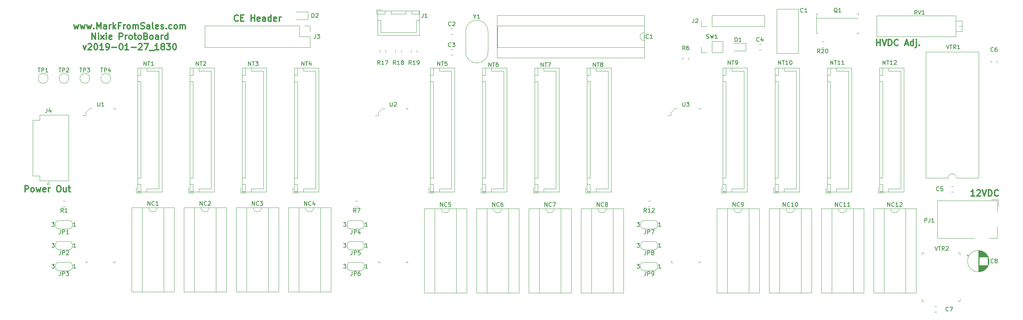
<source format=gbr>
G04 #@! TF.GenerationSoftware,KiCad,Pcbnew,(5.0.2)-1*
G04 #@! TF.CreationDate,2019-02-09T21:32:43-06:00*
G04 #@! TF.ProjectId,Nixie-ProtoBoard,4e697869-652d-4507-926f-746f426f6172,1.0*
G04 #@! TF.SameCoordinates,Original*
G04 #@! TF.FileFunction,Legend,Top*
G04 #@! TF.FilePolarity,Positive*
%FSLAX46Y46*%
G04 Gerber Fmt 4.6, Leading zero omitted, Abs format (unit mm)*
G04 Created by KiCad (PCBNEW (5.0.2)-1) date 2/9/2019 9:32:43 PM*
%MOMM*%
%LPD*%
G01*
G04 APERTURE LIST*
%ADD10C,0.300000*%
%ADD11C,0.120000*%
%ADD12C,0.100000*%
%ADD13C,0.150000*%
G04 APERTURE END LIST*
D10*
X228247428Y-71290571D02*
X228247428Y-69790571D01*
X228247428Y-70504857D02*
X229104571Y-70504857D01*
X229104571Y-71290571D02*
X229104571Y-69790571D01*
X229604571Y-69790571D02*
X230104571Y-71290571D01*
X230604571Y-69790571D01*
X231104571Y-71290571D02*
X231104571Y-69790571D01*
X231461714Y-69790571D01*
X231676000Y-69862000D01*
X231818857Y-70004857D01*
X231890285Y-70147714D01*
X231961714Y-70433428D01*
X231961714Y-70647714D01*
X231890285Y-70933428D01*
X231818857Y-71076285D01*
X231676000Y-71219142D01*
X231461714Y-71290571D01*
X231104571Y-71290571D01*
X233461714Y-71147714D02*
X233390285Y-71219142D01*
X233176000Y-71290571D01*
X233033142Y-71290571D01*
X232818857Y-71219142D01*
X232676000Y-71076285D01*
X232604571Y-70933428D01*
X232533142Y-70647714D01*
X232533142Y-70433428D01*
X232604571Y-70147714D01*
X232676000Y-70004857D01*
X232818857Y-69862000D01*
X233033142Y-69790571D01*
X233176000Y-69790571D01*
X233390285Y-69862000D01*
X233461714Y-69933428D01*
X235176000Y-70862000D02*
X235890285Y-70862000D01*
X235033142Y-71290571D02*
X235533142Y-69790571D01*
X236033142Y-71290571D01*
X237176000Y-71290571D02*
X237176000Y-69790571D01*
X237176000Y-71219142D02*
X237033142Y-71290571D01*
X236747428Y-71290571D01*
X236604571Y-71219142D01*
X236533142Y-71147714D01*
X236461714Y-71004857D01*
X236461714Y-70576285D01*
X236533142Y-70433428D01*
X236604571Y-70362000D01*
X236747428Y-70290571D01*
X237033142Y-70290571D01*
X237176000Y-70362000D01*
X237890285Y-70290571D02*
X237890285Y-71576285D01*
X237818857Y-71719142D01*
X237676000Y-71790571D01*
X237604571Y-71790571D01*
X237890285Y-69790571D02*
X237818857Y-69862000D01*
X237890285Y-69933428D01*
X237961714Y-69862000D01*
X237890285Y-69790571D01*
X237890285Y-69933428D01*
X238604571Y-71147714D02*
X238676000Y-71219142D01*
X238604571Y-71290571D01*
X238533142Y-71219142D01*
X238604571Y-71147714D01*
X238604571Y-71290571D01*
X252079428Y-107866571D02*
X251222285Y-107866571D01*
X251650857Y-107866571D02*
X251650857Y-106366571D01*
X251508000Y-106580857D01*
X251365142Y-106723714D01*
X251222285Y-106795142D01*
X252650857Y-106509428D02*
X252722285Y-106438000D01*
X252865142Y-106366571D01*
X253222285Y-106366571D01*
X253365142Y-106438000D01*
X253436571Y-106509428D01*
X253508000Y-106652285D01*
X253508000Y-106795142D01*
X253436571Y-107009428D01*
X252579428Y-107866571D01*
X253508000Y-107866571D01*
X253936571Y-106366571D02*
X254436571Y-107866571D01*
X254936571Y-106366571D01*
X255436571Y-107866571D02*
X255436571Y-106366571D01*
X255793714Y-106366571D01*
X256008000Y-106438000D01*
X256150857Y-106580857D01*
X256222285Y-106723714D01*
X256293714Y-107009428D01*
X256293714Y-107223714D01*
X256222285Y-107509428D01*
X256150857Y-107652285D01*
X256008000Y-107795142D01*
X255793714Y-107866571D01*
X255436571Y-107866571D01*
X257793714Y-107723714D02*
X257722285Y-107795142D01*
X257508000Y-107866571D01*
X257365142Y-107866571D01*
X257150857Y-107795142D01*
X257008000Y-107652285D01*
X256936571Y-107509428D01*
X256865142Y-107223714D01*
X256865142Y-107009428D01*
X256936571Y-106723714D01*
X257008000Y-106580857D01*
X257150857Y-106438000D01*
X257365142Y-106366571D01*
X257508000Y-106366571D01*
X257722285Y-106438000D01*
X257793714Y-106509428D01*
X21241428Y-106850571D02*
X21241428Y-105350571D01*
X21812857Y-105350571D01*
X21955714Y-105422000D01*
X22027142Y-105493428D01*
X22098571Y-105636285D01*
X22098571Y-105850571D01*
X22027142Y-105993428D01*
X21955714Y-106064857D01*
X21812857Y-106136285D01*
X21241428Y-106136285D01*
X22955714Y-106850571D02*
X22812857Y-106779142D01*
X22741428Y-106707714D01*
X22670000Y-106564857D01*
X22670000Y-106136285D01*
X22741428Y-105993428D01*
X22812857Y-105922000D01*
X22955714Y-105850571D01*
X23170000Y-105850571D01*
X23312857Y-105922000D01*
X23384285Y-105993428D01*
X23455714Y-106136285D01*
X23455714Y-106564857D01*
X23384285Y-106707714D01*
X23312857Y-106779142D01*
X23170000Y-106850571D01*
X22955714Y-106850571D01*
X23955714Y-105850571D02*
X24241428Y-106850571D01*
X24527142Y-106136285D01*
X24812857Y-106850571D01*
X25098571Y-105850571D01*
X26241428Y-106779142D02*
X26098571Y-106850571D01*
X25812857Y-106850571D01*
X25670000Y-106779142D01*
X25598571Y-106636285D01*
X25598571Y-106064857D01*
X25670000Y-105922000D01*
X25812857Y-105850571D01*
X26098571Y-105850571D01*
X26241428Y-105922000D01*
X26312857Y-106064857D01*
X26312857Y-106207714D01*
X25598571Y-106350571D01*
X26955714Y-106850571D02*
X26955714Y-105850571D01*
X26955714Y-106136285D02*
X27027142Y-105993428D01*
X27098571Y-105922000D01*
X27241428Y-105850571D01*
X27384285Y-105850571D01*
X29312857Y-105350571D02*
X29598571Y-105350571D01*
X29741428Y-105422000D01*
X29884285Y-105564857D01*
X29955714Y-105850571D01*
X29955714Y-106350571D01*
X29884285Y-106636285D01*
X29741428Y-106779142D01*
X29598571Y-106850571D01*
X29312857Y-106850571D01*
X29170000Y-106779142D01*
X29027142Y-106636285D01*
X28955714Y-106350571D01*
X28955714Y-105850571D01*
X29027142Y-105564857D01*
X29170000Y-105422000D01*
X29312857Y-105350571D01*
X31241428Y-105850571D02*
X31241428Y-106850571D01*
X30598571Y-105850571D02*
X30598571Y-106636285D01*
X30670000Y-106779142D01*
X30812857Y-106850571D01*
X31027142Y-106850571D01*
X31170000Y-106779142D01*
X31241428Y-106707714D01*
X31741428Y-105850571D02*
X32312857Y-105850571D01*
X31955714Y-105350571D02*
X31955714Y-106636285D01*
X32027142Y-106779142D01*
X32170000Y-106850571D01*
X32312857Y-106850571D01*
X33128857Y-66216571D02*
X33414571Y-67216571D01*
X33700285Y-66502285D01*
X33986000Y-67216571D01*
X34271714Y-66216571D01*
X34700285Y-66216571D02*
X34986000Y-67216571D01*
X35271714Y-66502285D01*
X35557428Y-67216571D01*
X35843142Y-66216571D01*
X36271714Y-66216571D02*
X36557428Y-67216571D01*
X36843142Y-66502285D01*
X37128857Y-67216571D01*
X37414571Y-66216571D01*
X37986000Y-67073714D02*
X38057428Y-67145142D01*
X37986000Y-67216571D01*
X37914571Y-67145142D01*
X37986000Y-67073714D01*
X37986000Y-67216571D01*
X38700285Y-67216571D02*
X38700285Y-65716571D01*
X39200285Y-66788000D01*
X39700285Y-65716571D01*
X39700285Y-67216571D01*
X41057428Y-67216571D02*
X41057428Y-66430857D01*
X40986000Y-66288000D01*
X40843142Y-66216571D01*
X40557428Y-66216571D01*
X40414571Y-66288000D01*
X41057428Y-67145142D02*
X40914571Y-67216571D01*
X40557428Y-67216571D01*
X40414571Y-67145142D01*
X40343142Y-67002285D01*
X40343142Y-66859428D01*
X40414571Y-66716571D01*
X40557428Y-66645142D01*
X40914571Y-66645142D01*
X41057428Y-66573714D01*
X41771714Y-67216571D02*
X41771714Y-66216571D01*
X41771714Y-66502285D02*
X41843142Y-66359428D01*
X41914571Y-66288000D01*
X42057428Y-66216571D01*
X42200285Y-66216571D01*
X42700285Y-67216571D02*
X42700285Y-65716571D01*
X42843142Y-66645142D02*
X43271714Y-67216571D01*
X43271714Y-66216571D02*
X42700285Y-66788000D01*
X44414571Y-66430857D02*
X43914571Y-66430857D01*
X43914571Y-67216571D02*
X43914571Y-65716571D01*
X44628857Y-65716571D01*
X45200285Y-67216571D02*
X45200285Y-66216571D01*
X45200285Y-66502285D02*
X45271714Y-66359428D01*
X45343142Y-66288000D01*
X45486000Y-66216571D01*
X45628857Y-66216571D01*
X46343142Y-67216571D02*
X46200285Y-67145142D01*
X46128857Y-67073714D01*
X46057428Y-66930857D01*
X46057428Y-66502285D01*
X46128857Y-66359428D01*
X46200285Y-66288000D01*
X46343142Y-66216571D01*
X46557428Y-66216571D01*
X46700285Y-66288000D01*
X46771714Y-66359428D01*
X46843142Y-66502285D01*
X46843142Y-66930857D01*
X46771714Y-67073714D01*
X46700285Y-67145142D01*
X46557428Y-67216571D01*
X46343142Y-67216571D01*
X47486000Y-67216571D02*
X47486000Y-66216571D01*
X47486000Y-66359428D02*
X47557428Y-66288000D01*
X47700285Y-66216571D01*
X47914571Y-66216571D01*
X48057428Y-66288000D01*
X48128857Y-66430857D01*
X48128857Y-67216571D01*
X48128857Y-66430857D02*
X48200285Y-66288000D01*
X48343142Y-66216571D01*
X48557428Y-66216571D01*
X48700285Y-66288000D01*
X48771714Y-66430857D01*
X48771714Y-67216571D01*
X49414571Y-67145142D02*
X49628857Y-67216571D01*
X49986000Y-67216571D01*
X50128857Y-67145142D01*
X50200285Y-67073714D01*
X50271714Y-66930857D01*
X50271714Y-66788000D01*
X50200285Y-66645142D01*
X50128857Y-66573714D01*
X49986000Y-66502285D01*
X49700285Y-66430857D01*
X49557428Y-66359428D01*
X49486000Y-66288000D01*
X49414571Y-66145142D01*
X49414571Y-66002285D01*
X49486000Y-65859428D01*
X49557428Y-65788000D01*
X49700285Y-65716571D01*
X50057428Y-65716571D01*
X50271714Y-65788000D01*
X51557428Y-67216571D02*
X51557428Y-66430857D01*
X51486000Y-66288000D01*
X51343142Y-66216571D01*
X51057428Y-66216571D01*
X50914571Y-66288000D01*
X51557428Y-67145142D02*
X51414571Y-67216571D01*
X51057428Y-67216571D01*
X50914571Y-67145142D01*
X50843142Y-67002285D01*
X50843142Y-66859428D01*
X50914571Y-66716571D01*
X51057428Y-66645142D01*
X51414571Y-66645142D01*
X51557428Y-66573714D01*
X52486000Y-67216571D02*
X52343142Y-67145142D01*
X52271714Y-67002285D01*
X52271714Y-65716571D01*
X53628857Y-67145142D02*
X53486000Y-67216571D01*
X53200285Y-67216571D01*
X53057428Y-67145142D01*
X52986000Y-67002285D01*
X52986000Y-66430857D01*
X53057428Y-66288000D01*
X53200285Y-66216571D01*
X53486000Y-66216571D01*
X53628857Y-66288000D01*
X53700285Y-66430857D01*
X53700285Y-66573714D01*
X52986000Y-66716571D01*
X54271714Y-67145142D02*
X54414571Y-67216571D01*
X54700285Y-67216571D01*
X54843142Y-67145142D01*
X54914571Y-67002285D01*
X54914571Y-66930857D01*
X54843142Y-66788000D01*
X54700285Y-66716571D01*
X54486000Y-66716571D01*
X54343142Y-66645142D01*
X54271714Y-66502285D01*
X54271714Y-66430857D01*
X54343142Y-66288000D01*
X54486000Y-66216571D01*
X54700285Y-66216571D01*
X54843142Y-66288000D01*
X55557428Y-67073714D02*
X55628857Y-67145142D01*
X55557428Y-67216571D01*
X55486000Y-67145142D01*
X55557428Y-67073714D01*
X55557428Y-67216571D01*
X56914571Y-67145142D02*
X56771714Y-67216571D01*
X56486000Y-67216571D01*
X56343142Y-67145142D01*
X56271714Y-67073714D01*
X56200285Y-66930857D01*
X56200285Y-66502285D01*
X56271714Y-66359428D01*
X56343142Y-66288000D01*
X56486000Y-66216571D01*
X56771714Y-66216571D01*
X56914571Y-66288000D01*
X57771714Y-67216571D02*
X57628857Y-67145142D01*
X57557428Y-67073714D01*
X57486000Y-66930857D01*
X57486000Y-66502285D01*
X57557428Y-66359428D01*
X57628857Y-66288000D01*
X57771714Y-66216571D01*
X57986000Y-66216571D01*
X58128857Y-66288000D01*
X58200285Y-66359428D01*
X58271714Y-66502285D01*
X58271714Y-66930857D01*
X58200285Y-67073714D01*
X58128857Y-67145142D01*
X57986000Y-67216571D01*
X57771714Y-67216571D01*
X58914571Y-67216571D02*
X58914571Y-66216571D01*
X58914571Y-66359428D02*
X58986000Y-66288000D01*
X59128857Y-66216571D01*
X59343142Y-66216571D01*
X59486000Y-66288000D01*
X59557428Y-66430857D01*
X59557428Y-67216571D01*
X59557428Y-66430857D02*
X59628857Y-66288000D01*
X59771714Y-66216571D01*
X59986000Y-66216571D01*
X60128857Y-66288000D01*
X60200285Y-66430857D01*
X60200285Y-67216571D01*
X37521714Y-69766571D02*
X37521714Y-68266571D01*
X38378857Y-69766571D01*
X38378857Y-68266571D01*
X39093142Y-69766571D02*
X39093142Y-68766571D01*
X39093142Y-68266571D02*
X39021714Y-68338000D01*
X39093142Y-68409428D01*
X39164571Y-68338000D01*
X39093142Y-68266571D01*
X39093142Y-68409428D01*
X39664571Y-69766571D02*
X40450285Y-68766571D01*
X39664571Y-68766571D02*
X40450285Y-69766571D01*
X41021714Y-69766571D02*
X41021714Y-68766571D01*
X41021714Y-68266571D02*
X40950285Y-68338000D01*
X41021714Y-68409428D01*
X41093142Y-68338000D01*
X41021714Y-68266571D01*
X41021714Y-68409428D01*
X42307428Y-69695142D02*
X42164571Y-69766571D01*
X41878857Y-69766571D01*
X41736000Y-69695142D01*
X41664571Y-69552285D01*
X41664571Y-68980857D01*
X41736000Y-68838000D01*
X41878857Y-68766571D01*
X42164571Y-68766571D01*
X42307428Y-68838000D01*
X42378857Y-68980857D01*
X42378857Y-69123714D01*
X41664571Y-69266571D01*
X44164571Y-69766571D02*
X44164571Y-68266571D01*
X44736000Y-68266571D01*
X44878857Y-68338000D01*
X44950285Y-68409428D01*
X45021714Y-68552285D01*
X45021714Y-68766571D01*
X44950285Y-68909428D01*
X44878857Y-68980857D01*
X44736000Y-69052285D01*
X44164571Y-69052285D01*
X45664571Y-69766571D02*
X45664571Y-68766571D01*
X45664571Y-69052285D02*
X45736000Y-68909428D01*
X45807428Y-68838000D01*
X45950285Y-68766571D01*
X46093142Y-68766571D01*
X46807428Y-69766571D02*
X46664571Y-69695142D01*
X46593142Y-69623714D01*
X46521714Y-69480857D01*
X46521714Y-69052285D01*
X46593142Y-68909428D01*
X46664571Y-68838000D01*
X46807428Y-68766571D01*
X47021714Y-68766571D01*
X47164571Y-68838000D01*
X47236000Y-68909428D01*
X47307428Y-69052285D01*
X47307428Y-69480857D01*
X47236000Y-69623714D01*
X47164571Y-69695142D01*
X47021714Y-69766571D01*
X46807428Y-69766571D01*
X47736000Y-68766571D02*
X48307428Y-68766571D01*
X47950285Y-68266571D02*
X47950285Y-69552285D01*
X48021714Y-69695142D01*
X48164571Y-69766571D01*
X48307428Y-69766571D01*
X49021714Y-69766571D02*
X48878857Y-69695142D01*
X48807428Y-69623714D01*
X48735999Y-69480857D01*
X48735999Y-69052285D01*
X48807428Y-68909428D01*
X48878857Y-68838000D01*
X49021714Y-68766571D01*
X49235999Y-68766571D01*
X49378857Y-68838000D01*
X49450285Y-68909428D01*
X49521714Y-69052285D01*
X49521714Y-69480857D01*
X49450285Y-69623714D01*
X49378857Y-69695142D01*
X49235999Y-69766571D01*
X49021714Y-69766571D01*
X50664571Y-68980857D02*
X50878857Y-69052285D01*
X50950285Y-69123714D01*
X51021714Y-69266571D01*
X51021714Y-69480857D01*
X50950285Y-69623714D01*
X50878857Y-69695142D01*
X50735999Y-69766571D01*
X50164571Y-69766571D01*
X50164571Y-68266571D01*
X50664571Y-68266571D01*
X50807428Y-68338000D01*
X50878857Y-68409428D01*
X50950285Y-68552285D01*
X50950285Y-68695142D01*
X50878857Y-68838000D01*
X50807428Y-68909428D01*
X50664571Y-68980857D01*
X50164571Y-68980857D01*
X51878857Y-69766571D02*
X51735999Y-69695142D01*
X51664571Y-69623714D01*
X51593142Y-69480857D01*
X51593142Y-69052285D01*
X51664571Y-68909428D01*
X51735999Y-68838000D01*
X51878857Y-68766571D01*
X52093142Y-68766571D01*
X52235999Y-68838000D01*
X52307428Y-68909428D01*
X52378857Y-69052285D01*
X52378857Y-69480857D01*
X52307428Y-69623714D01*
X52235999Y-69695142D01*
X52093142Y-69766571D01*
X51878857Y-69766571D01*
X53664571Y-69766571D02*
X53664571Y-68980857D01*
X53593142Y-68838000D01*
X53450285Y-68766571D01*
X53164571Y-68766571D01*
X53021714Y-68838000D01*
X53664571Y-69695142D02*
X53521714Y-69766571D01*
X53164571Y-69766571D01*
X53021714Y-69695142D01*
X52950285Y-69552285D01*
X52950285Y-69409428D01*
X53021714Y-69266571D01*
X53164571Y-69195142D01*
X53521714Y-69195142D01*
X53664571Y-69123714D01*
X54378857Y-69766571D02*
X54378857Y-68766571D01*
X54378857Y-69052285D02*
X54450285Y-68909428D01*
X54521714Y-68838000D01*
X54664571Y-68766571D01*
X54807428Y-68766571D01*
X55950285Y-69766571D02*
X55950285Y-68266571D01*
X55950285Y-69695142D02*
X55807428Y-69766571D01*
X55521714Y-69766571D01*
X55378857Y-69695142D01*
X55307428Y-69623714D01*
X55236000Y-69480857D01*
X55236000Y-69052285D01*
X55307428Y-68909428D01*
X55378857Y-68838000D01*
X55521714Y-68766571D01*
X55807428Y-68766571D01*
X55950285Y-68838000D01*
X35378857Y-71316571D02*
X35736000Y-72316571D01*
X36093142Y-71316571D01*
X36593142Y-70959428D02*
X36664571Y-70888000D01*
X36807428Y-70816571D01*
X37164571Y-70816571D01*
X37307428Y-70888000D01*
X37378857Y-70959428D01*
X37450285Y-71102285D01*
X37450285Y-71245142D01*
X37378857Y-71459428D01*
X36521714Y-72316571D01*
X37450285Y-72316571D01*
X38378857Y-70816571D02*
X38521714Y-70816571D01*
X38664571Y-70888000D01*
X38736000Y-70959428D01*
X38807428Y-71102285D01*
X38878857Y-71388000D01*
X38878857Y-71745142D01*
X38807428Y-72030857D01*
X38736000Y-72173714D01*
X38664571Y-72245142D01*
X38521714Y-72316571D01*
X38378857Y-72316571D01*
X38236000Y-72245142D01*
X38164571Y-72173714D01*
X38093142Y-72030857D01*
X38021714Y-71745142D01*
X38021714Y-71388000D01*
X38093142Y-71102285D01*
X38164571Y-70959428D01*
X38236000Y-70888000D01*
X38378857Y-70816571D01*
X40307428Y-72316571D02*
X39450285Y-72316571D01*
X39878857Y-72316571D02*
X39878857Y-70816571D01*
X39736000Y-71030857D01*
X39593142Y-71173714D01*
X39450285Y-71245142D01*
X41021714Y-72316571D02*
X41307428Y-72316571D01*
X41450285Y-72245142D01*
X41521714Y-72173714D01*
X41664571Y-71959428D01*
X41735999Y-71673714D01*
X41735999Y-71102285D01*
X41664571Y-70959428D01*
X41593142Y-70888000D01*
X41450285Y-70816571D01*
X41164571Y-70816571D01*
X41021714Y-70888000D01*
X40950285Y-70959428D01*
X40878857Y-71102285D01*
X40878857Y-71459428D01*
X40950285Y-71602285D01*
X41021714Y-71673714D01*
X41164571Y-71745142D01*
X41450285Y-71745142D01*
X41593142Y-71673714D01*
X41664571Y-71602285D01*
X41735999Y-71459428D01*
X42378857Y-71745142D02*
X43521714Y-71745142D01*
X44521714Y-70816571D02*
X44664571Y-70816571D01*
X44807428Y-70888000D01*
X44878857Y-70959428D01*
X44950285Y-71102285D01*
X45021714Y-71388000D01*
X45021714Y-71745142D01*
X44950285Y-72030857D01*
X44878857Y-72173714D01*
X44807428Y-72245142D01*
X44664571Y-72316571D01*
X44521714Y-72316571D01*
X44378857Y-72245142D01*
X44307428Y-72173714D01*
X44235999Y-72030857D01*
X44164571Y-71745142D01*
X44164571Y-71388000D01*
X44235999Y-71102285D01*
X44307428Y-70959428D01*
X44378857Y-70888000D01*
X44521714Y-70816571D01*
X46450285Y-72316571D02*
X45593142Y-72316571D01*
X46021714Y-72316571D02*
X46021714Y-70816571D01*
X45878857Y-71030857D01*
X45736000Y-71173714D01*
X45593142Y-71245142D01*
X47093142Y-71745142D02*
X48236000Y-71745142D01*
X48878857Y-70959428D02*
X48950285Y-70888000D01*
X49093142Y-70816571D01*
X49450285Y-70816571D01*
X49593142Y-70888000D01*
X49664571Y-70959428D01*
X49736000Y-71102285D01*
X49736000Y-71245142D01*
X49664571Y-71459428D01*
X48807428Y-72316571D01*
X49736000Y-72316571D01*
X50236000Y-70816571D02*
X51236000Y-70816571D01*
X50593142Y-72316571D01*
X51450285Y-72459428D02*
X52593142Y-72459428D01*
X53736000Y-72316571D02*
X52878857Y-72316571D01*
X53307428Y-72316571D02*
X53307428Y-70816571D01*
X53164571Y-71030857D01*
X53021714Y-71173714D01*
X52878857Y-71245142D01*
X54593142Y-71459428D02*
X54450285Y-71388000D01*
X54378857Y-71316571D01*
X54307428Y-71173714D01*
X54307428Y-71102285D01*
X54378857Y-70959428D01*
X54450285Y-70888000D01*
X54593142Y-70816571D01*
X54878857Y-70816571D01*
X55021714Y-70888000D01*
X55093142Y-70959428D01*
X55164571Y-71102285D01*
X55164571Y-71173714D01*
X55093142Y-71316571D01*
X55021714Y-71388000D01*
X54878857Y-71459428D01*
X54593142Y-71459428D01*
X54450285Y-71530857D01*
X54378857Y-71602285D01*
X54307428Y-71745142D01*
X54307428Y-72030857D01*
X54378857Y-72173714D01*
X54450285Y-72245142D01*
X54593142Y-72316571D01*
X54878857Y-72316571D01*
X55021714Y-72245142D01*
X55093142Y-72173714D01*
X55164571Y-72030857D01*
X55164571Y-71745142D01*
X55093142Y-71602285D01*
X55021714Y-71530857D01*
X54878857Y-71459428D01*
X55664571Y-70816571D02*
X56593142Y-70816571D01*
X56093142Y-71388000D01*
X56307428Y-71388000D01*
X56450285Y-71459428D01*
X56521714Y-71530857D01*
X56593142Y-71673714D01*
X56593142Y-72030857D01*
X56521714Y-72173714D01*
X56450285Y-72245142D01*
X56307428Y-72316571D01*
X55878857Y-72316571D01*
X55736000Y-72245142D01*
X55664571Y-72173714D01*
X57521714Y-70816571D02*
X57664571Y-70816571D01*
X57807428Y-70888000D01*
X57878857Y-70959428D01*
X57950285Y-71102285D01*
X58021714Y-71388000D01*
X58021714Y-71745142D01*
X57950285Y-72030857D01*
X57878857Y-72173714D01*
X57807428Y-72245142D01*
X57664571Y-72316571D01*
X57521714Y-72316571D01*
X57378857Y-72245142D01*
X57307428Y-72173714D01*
X57236000Y-72030857D01*
X57164571Y-71745142D01*
X57164571Y-71388000D01*
X57236000Y-71102285D01*
X57307428Y-70959428D01*
X57378857Y-70888000D01*
X57521714Y-70816571D01*
X73045428Y-65178714D02*
X72974000Y-65250142D01*
X72759714Y-65321571D01*
X72616857Y-65321571D01*
X72402571Y-65250142D01*
X72259714Y-65107285D01*
X72188285Y-64964428D01*
X72116857Y-64678714D01*
X72116857Y-64464428D01*
X72188285Y-64178714D01*
X72259714Y-64035857D01*
X72402571Y-63893000D01*
X72616857Y-63821571D01*
X72759714Y-63821571D01*
X72974000Y-63893000D01*
X73045428Y-63964428D01*
X73688285Y-64535857D02*
X74188285Y-64535857D01*
X74402571Y-65321571D02*
X73688285Y-65321571D01*
X73688285Y-63821571D01*
X74402571Y-63821571D01*
X76188285Y-65321571D02*
X76188285Y-63821571D01*
X76188285Y-64535857D02*
X77045428Y-64535857D01*
X77045428Y-65321571D02*
X77045428Y-63821571D01*
X78331142Y-65250142D02*
X78188285Y-65321571D01*
X77902571Y-65321571D01*
X77759714Y-65250142D01*
X77688285Y-65107285D01*
X77688285Y-64535857D01*
X77759714Y-64393000D01*
X77902571Y-64321571D01*
X78188285Y-64321571D01*
X78331142Y-64393000D01*
X78402571Y-64535857D01*
X78402571Y-64678714D01*
X77688285Y-64821571D01*
X79688285Y-65321571D02*
X79688285Y-64535857D01*
X79616857Y-64393000D01*
X79474000Y-64321571D01*
X79188285Y-64321571D01*
X79045428Y-64393000D01*
X79688285Y-65250142D02*
X79545428Y-65321571D01*
X79188285Y-65321571D01*
X79045428Y-65250142D01*
X78974000Y-65107285D01*
X78974000Y-64964428D01*
X79045428Y-64821571D01*
X79188285Y-64750142D01*
X79545428Y-64750142D01*
X79688285Y-64678714D01*
X81045428Y-65321571D02*
X81045428Y-63821571D01*
X81045428Y-65250142D02*
X80902571Y-65321571D01*
X80616857Y-65321571D01*
X80474000Y-65250142D01*
X80402571Y-65178714D01*
X80331142Y-65035857D01*
X80331142Y-64607285D01*
X80402571Y-64464428D01*
X80474000Y-64393000D01*
X80616857Y-64321571D01*
X80902571Y-64321571D01*
X81045428Y-64393000D01*
X82331142Y-65250142D02*
X82188285Y-65321571D01*
X81902571Y-65321571D01*
X81759714Y-65250142D01*
X81688285Y-65107285D01*
X81688285Y-64535857D01*
X81759714Y-64393000D01*
X81902571Y-64321571D01*
X82188285Y-64321571D01*
X82331142Y-64393000D01*
X82402571Y-64535857D01*
X82402571Y-64678714D01*
X81688285Y-64821571D01*
X83045428Y-65321571D02*
X83045428Y-64321571D01*
X83045428Y-64607285D02*
X83116857Y-64464428D01*
X83188285Y-64393000D01*
X83331142Y-64321571D01*
X83474000Y-64321571D01*
D11*
G04 #@! TO.C,IC1*
X171764000Y-70088000D02*
G75*
G02X171764000Y-68088000I0J1000000D01*
G01*
X171764000Y-68088000D02*
X171764000Y-66438000D01*
X171764000Y-66438000D02*
X136084000Y-66438000D01*
X136084000Y-66438000D02*
X136084000Y-71738000D01*
X136084000Y-71738000D02*
X171764000Y-71738000D01*
X171764000Y-71738000D02*
X171764000Y-70088000D01*
X171824000Y-63948000D02*
X136024000Y-63948000D01*
X136024000Y-63948000D02*
X136024000Y-74228000D01*
X136024000Y-74228000D02*
X171824000Y-74228000D01*
X171824000Y-74228000D02*
X171824000Y-63948000D01*
G04 #@! TO.C,C1*
X204009000Y-73128000D02*
X204009000Y-62388000D01*
X209249000Y-73128000D02*
X209249000Y-62388000D01*
X204009000Y-73128000D02*
X209249000Y-73128000D01*
X204009000Y-62388000D02*
X209249000Y-62388000D01*
G04 #@! TO.C,C2*
X125220252Y-67108000D02*
X124697748Y-67108000D01*
X125220252Y-68528000D02*
X124697748Y-68528000D01*
G04 #@! TO.C,C3*
X125220252Y-73608000D02*
X124697748Y-73608000D01*
X125220252Y-72188000D02*
X124697748Y-72188000D01*
G04 #@! TO.C,C4*
X199627748Y-70918000D02*
X200150252Y-70918000D01*
X199627748Y-72338000D02*
X200150252Y-72338000D01*
G04 #@! TO.C,C5*
X246895252Y-105453000D02*
X246372748Y-105453000D01*
X246895252Y-106873000D02*
X246372748Y-106873000D01*
G04 #@! TO.C,C6*
X256084000Y-75454252D02*
X256084000Y-74931748D01*
X257504000Y-75454252D02*
X257504000Y-74931748D01*
G04 #@! TO.C,C7*
X242317748Y-136092000D02*
X242840252Y-136092000D01*
X242317748Y-134672000D02*
X242840252Y-134672000D01*
G04 #@! TO.C,C8*
X255584000Y-123698000D02*
G75*
G03X255584000Y-123698000I-2620000J0D01*
G01*
X252964000Y-121118000D02*
X252964000Y-126278000D01*
X253004000Y-121118000D02*
X253004000Y-126278000D01*
X253044000Y-121119000D02*
X253044000Y-126277000D01*
X253084000Y-121120000D02*
X253084000Y-126276000D01*
X253124000Y-121122000D02*
X253124000Y-126274000D01*
X253164000Y-121125000D02*
X253164000Y-126271000D01*
X253204000Y-121129000D02*
X253204000Y-122658000D01*
X253204000Y-124738000D02*
X253204000Y-126267000D01*
X253244000Y-121133000D02*
X253244000Y-122658000D01*
X253244000Y-124738000D02*
X253244000Y-126263000D01*
X253284000Y-121137000D02*
X253284000Y-122658000D01*
X253284000Y-124738000D02*
X253284000Y-126259000D01*
X253324000Y-121142000D02*
X253324000Y-122658000D01*
X253324000Y-124738000D02*
X253324000Y-126254000D01*
X253364000Y-121148000D02*
X253364000Y-122658000D01*
X253364000Y-124738000D02*
X253364000Y-126248000D01*
X253404000Y-121155000D02*
X253404000Y-122658000D01*
X253404000Y-124738000D02*
X253404000Y-126241000D01*
X253444000Y-121162000D02*
X253444000Y-122658000D01*
X253444000Y-124738000D02*
X253444000Y-126234000D01*
X253484000Y-121170000D02*
X253484000Y-122658000D01*
X253484000Y-124738000D02*
X253484000Y-126226000D01*
X253524000Y-121178000D02*
X253524000Y-122658000D01*
X253524000Y-124738000D02*
X253524000Y-126218000D01*
X253564000Y-121187000D02*
X253564000Y-122658000D01*
X253564000Y-124738000D02*
X253564000Y-126209000D01*
X253604000Y-121197000D02*
X253604000Y-122658000D01*
X253604000Y-124738000D02*
X253604000Y-126199000D01*
X253644000Y-121207000D02*
X253644000Y-122658000D01*
X253644000Y-124738000D02*
X253644000Y-126189000D01*
X253685000Y-121218000D02*
X253685000Y-122658000D01*
X253685000Y-124738000D02*
X253685000Y-126178000D01*
X253725000Y-121230000D02*
X253725000Y-122658000D01*
X253725000Y-124738000D02*
X253725000Y-126166000D01*
X253765000Y-121243000D02*
X253765000Y-122658000D01*
X253765000Y-124738000D02*
X253765000Y-126153000D01*
X253805000Y-121256000D02*
X253805000Y-122658000D01*
X253805000Y-124738000D02*
X253805000Y-126140000D01*
X253845000Y-121270000D02*
X253845000Y-122658000D01*
X253845000Y-124738000D02*
X253845000Y-126126000D01*
X253885000Y-121284000D02*
X253885000Y-122658000D01*
X253885000Y-124738000D02*
X253885000Y-126112000D01*
X253925000Y-121300000D02*
X253925000Y-122658000D01*
X253925000Y-124738000D02*
X253925000Y-126096000D01*
X253965000Y-121316000D02*
X253965000Y-122658000D01*
X253965000Y-124738000D02*
X253965000Y-126080000D01*
X254005000Y-121333000D02*
X254005000Y-122658000D01*
X254005000Y-124738000D02*
X254005000Y-126063000D01*
X254045000Y-121350000D02*
X254045000Y-122658000D01*
X254045000Y-124738000D02*
X254045000Y-126046000D01*
X254085000Y-121369000D02*
X254085000Y-122658000D01*
X254085000Y-124738000D02*
X254085000Y-126027000D01*
X254125000Y-121388000D02*
X254125000Y-122658000D01*
X254125000Y-124738000D02*
X254125000Y-126008000D01*
X254165000Y-121408000D02*
X254165000Y-122658000D01*
X254165000Y-124738000D02*
X254165000Y-125988000D01*
X254205000Y-121430000D02*
X254205000Y-122658000D01*
X254205000Y-124738000D02*
X254205000Y-125966000D01*
X254245000Y-121451000D02*
X254245000Y-122658000D01*
X254245000Y-124738000D02*
X254245000Y-125945000D01*
X254285000Y-121474000D02*
X254285000Y-122658000D01*
X254285000Y-124738000D02*
X254285000Y-125922000D01*
X254325000Y-121498000D02*
X254325000Y-122658000D01*
X254325000Y-124738000D02*
X254325000Y-125898000D01*
X254365000Y-121523000D02*
X254365000Y-122658000D01*
X254365000Y-124738000D02*
X254365000Y-125873000D01*
X254405000Y-121549000D02*
X254405000Y-122658000D01*
X254405000Y-124738000D02*
X254405000Y-125847000D01*
X254445000Y-121576000D02*
X254445000Y-122658000D01*
X254445000Y-124738000D02*
X254445000Y-125820000D01*
X254485000Y-121603000D02*
X254485000Y-122658000D01*
X254485000Y-124738000D02*
X254485000Y-125793000D01*
X254525000Y-121633000D02*
X254525000Y-122658000D01*
X254525000Y-124738000D02*
X254525000Y-125763000D01*
X254565000Y-121663000D02*
X254565000Y-122658000D01*
X254565000Y-124738000D02*
X254565000Y-125733000D01*
X254605000Y-121694000D02*
X254605000Y-122658000D01*
X254605000Y-124738000D02*
X254605000Y-125702000D01*
X254645000Y-121727000D02*
X254645000Y-122658000D01*
X254645000Y-124738000D02*
X254645000Y-125669000D01*
X254685000Y-121761000D02*
X254685000Y-122658000D01*
X254685000Y-124738000D02*
X254685000Y-125635000D01*
X254725000Y-121797000D02*
X254725000Y-122658000D01*
X254725000Y-124738000D02*
X254725000Y-125599000D01*
X254765000Y-121834000D02*
X254765000Y-122658000D01*
X254765000Y-124738000D02*
X254765000Y-125562000D01*
X254805000Y-121872000D02*
X254805000Y-122658000D01*
X254805000Y-124738000D02*
X254805000Y-125524000D01*
X254845000Y-121913000D02*
X254845000Y-122658000D01*
X254845000Y-124738000D02*
X254845000Y-125483000D01*
X254885000Y-121955000D02*
X254885000Y-122658000D01*
X254885000Y-124738000D02*
X254885000Y-125441000D01*
X254925000Y-121999000D02*
X254925000Y-122658000D01*
X254925000Y-124738000D02*
X254925000Y-125397000D01*
X254965000Y-122045000D02*
X254965000Y-122658000D01*
X254965000Y-124738000D02*
X254965000Y-125351000D01*
X255005000Y-122093000D02*
X255005000Y-122658000D01*
X255005000Y-124738000D02*
X255005000Y-125303000D01*
X255045000Y-122144000D02*
X255045000Y-122658000D01*
X255045000Y-124738000D02*
X255045000Y-125252000D01*
X255085000Y-122198000D02*
X255085000Y-122658000D01*
X255085000Y-124738000D02*
X255085000Y-125198000D01*
X255125000Y-122255000D02*
X255125000Y-122658000D01*
X255125000Y-124738000D02*
X255125000Y-125141000D01*
X255165000Y-122315000D02*
X255165000Y-122658000D01*
X255165000Y-124738000D02*
X255165000Y-125081000D01*
X255205000Y-122379000D02*
X255205000Y-122658000D01*
X255205000Y-124738000D02*
X255205000Y-125017000D01*
X255245000Y-122447000D02*
X255245000Y-122658000D01*
X255245000Y-124738000D02*
X255245000Y-124949000D01*
X255285000Y-122520000D02*
X255285000Y-124876000D01*
X255325000Y-122600000D02*
X255325000Y-124796000D01*
X255365000Y-122687000D02*
X255365000Y-124709000D01*
X255405000Y-122783000D02*
X255405000Y-124613000D01*
X255445000Y-122893000D02*
X255445000Y-124503000D01*
X255485000Y-123021000D02*
X255485000Y-124375000D01*
X255525000Y-123180000D02*
X255525000Y-124216000D01*
X255565000Y-123414000D02*
X255565000Y-123982000D01*
X250159225Y-122223000D02*
X250659225Y-122223000D01*
X250409225Y-121973000D02*
X250409225Y-122473000D01*
G04 #@! TO.C,D1*
X196424000Y-70668000D02*
X193564000Y-70668000D01*
X196424000Y-72588000D02*
X196424000Y-70668000D01*
X193564000Y-72588000D02*
X196424000Y-72588000D01*
G04 #@! TO.C,D2*
X87129000Y-64968000D02*
X89989000Y-64968000D01*
X89989000Y-64968000D02*
X89989000Y-63048000D01*
X89989000Y-63048000D02*
X87129000Y-63048000D01*
G04 #@! TO.C,J2*
X200974000Y-66608000D02*
X200974000Y-63948000D01*
X188214000Y-66608000D02*
X200974000Y-66608000D01*
X188214000Y-63948000D02*
X200974000Y-63948000D01*
X188214000Y-66608000D02*
X188214000Y-63948000D01*
X186944000Y-66608000D02*
X185614000Y-66608000D01*
X185614000Y-66608000D02*
X185614000Y-65278000D01*
G04 #@! TO.C,J3*
X64964000Y-66488000D02*
X64964000Y-71688000D01*
X87884000Y-66488000D02*
X64964000Y-66488000D01*
X90484000Y-71688000D02*
X64964000Y-71688000D01*
X87884000Y-66488000D02*
X87884000Y-69088000D01*
X87884000Y-69088000D02*
X90484000Y-69088000D01*
X90484000Y-69088000D02*
X90484000Y-71688000D01*
X89154000Y-66488000D02*
X90484000Y-66488000D01*
X90484000Y-66488000D02*
X90484000Y-67818000D01*
G04 #@! TO.C,JP1*
X32754000Y-115108000D02*
G75*
G02X32054000Y-115808000I-700000J0D01*
G01*
X32054000Y-113808000D02*
G75*
G02X32754000Y-114508000I0J-700000D01*
G01*
X28654000Y-114508000D02*
G75*
G02X29354000Y-113808000I700000J0D01*
G01*
X29354000Y-115808000D02*
G75*
G02X28654000Y-115108000I0J700000D01*
G01*
X32104000Y-115808000D02*
X29304000Y-115808000D01*
X28654000Y-115108000D02*
X28654000Y-114508000D01*
X29304000Y-113808000D02*
X32104000Y-113808000D01*
X32754000Y-114508000D02*
X32754000Y-115108000D01*
G04 #@! TO.C,JP2*
X32754000Y-119588000D02*
X32754000Y-120188000D01*
X29304000Y-118888000D02*
X32104000Y-118888000D01*
X28654000Y-120188000D02*
X28654000Y-119588000D01*
X32104000Y-120888000D02*
X29304000Y-120888000D01*
X29354000Y-120888000D02*
G75*
G02X28654000Y-120188000I0J700000D01*
G01*
X28654000Y-119588000D02*
G75*
G02X29354000Y-118888000I700000J0D01*
G01*
X32054000Y-118888000D02*
G75*
G02X32754000Y-119588000I0J-700000D01*
G01*
X32754000Y-120188000D02*
G75*
G02X32054000Y-120888000I-700000J0D01*
G01*
G04 #@! TO.C,JP3*
X32754000Y-124668000D02*
X32754000Y-125268000D01*
X29304000Y-123968000D02*
X32104000Y-123968000D01*
X28654000Y-125268000D02*
X28654000Y-124668000D01*
X32104000Y-125968000D02*
X29304000Y-125968000D01*
X29354000Y-125968000D02*
G75*
G02X28654000Y-125268000I0J700000D01*
G01*
X28654000Y-124668000D02*
G75*
G02X29354000Y-123968000I700000J0D01*
G01*
X32054000Y-123968000D02*
G75*
G02X32754000Y-124668000I0J-700000D01*
G01*
X32754000Y-125268000D02*
G75*
G02X32054000Y-125968000I-700000J0D01*
G01*
G04 #@! TO.C,JP4*
X103650000Y-115108000D02*
G75*
G02X102950000Y-115808000I-700000J0D01*
G01*
X102950000Y-113808000D02*
G75*
G02X103650000Y-114508000I0J-700000D01*
G01*
X99550000Y-114508000D02*
G75*
G02X100250000Y-113808000I700000J0D01*
G01*
X100250000Y-115808000D02*
G75*
G02X99550000Y-115108000I0J700000D01*
G01*
X103000000Y-115808000D02*
X100200000Y-115808000D01*
X99550000Y-115108000D02*
X99550000Y-114508000D01*
X100200000Y-113808000D02*
X103000000Y-113808000D01*
X103650000Y-114508000D02*
X103650000Y-115108000D01*
G04 #@! TO.C,JP5*
X103650000Y-119588000D02*
X103650000Y-120188000D01*
X100200000Y-118888000D02*
X103000000Y-118888000D01*
X99550000Y-120188000D02*
X99550000Y-119588000D01*
X103000000Y-120888000D02*
X100200000Y-120888000D01*
X100250000Y-120888000D02*
G75*
G02X99550000Y-120188000I0J700000D01*
G01*
X99550000Y-119588000D02*
G75*
G02X100250000Y-118888000I700000J0D01*
G01*
X102950000Y-118888000D02*
G75*
G02X103650000Y-119588000I0J-700000D01*
G01*
X103650000Y-120188000D02*
G75*
G02X102950000Y-120888000I-700000J0D01*
G01*
G04 #@! TO.C,JP6*
X103650000Y-125268000D02*
G75*
G02X102950000Y-125968000I-700000J0D01*
G01*
X102950000Y-123968000D02*
G75*
G02X103650000Y-124668000I0J-700000D01*
G01*
X99550000Y-124668000D02*
G75*
G02X100250000Y-123968000I700000J0D01*
G01*
X100250000Y-125968000D02*
G75*
G02X99550000Y-125268000I0J700000D01*
G01*
X103000000Y-125968000D02*
X100200000Y-125968000D01*
X99550000Y-125268000D02*
X99550000Y-124668000D01*
X100200000Y-123968000D02*
X103000000Y-123968000D01*
X103650000Y-124668000D02*
X103650000Y-125268000D01*
G04 #@! TO.C,JP7*
X174994000Y-114508000D02*
X174994000Y-115108000D01*
X171544000Y-113808000D02*
X174344000Y-113808000D01*
X170894000Y-115108000D02*
X170894000Y-114508000D01*
X174344000Y-115808000D02*
X171544000Y-115808000D01*
X171594000Y-115808000D02*
G75*
G02X170894000Y-115108000I0J700000D01*
G01*
X170894000Y-114508000D02*
G75*
G02X171594000Y-113808000I700000J0D01*
G01*
X174294000Y-113808000D02*
G75*
G02X174994000Y-114508000I0J-700000D01*
G01*
X174994000Y-115108000D02*
G75*
G02X174294000Y-115808000I-700000J0D01*
G01*
G04 #@! TO.C,JP8*
X174994000Y-120188000D02*
G75*
G02X174294000Y-120888000I-700000J0D01*
G01*
X174294000Y-118888000D02*
G75*
G02X174994000Y-119588000I0J-700000D01*
G01*
X170894000Y-119588000D02*
G75*
G02X171594000Y-118888000I700000J0D01*
G01*
X171594000Y-120888000D02*
G75*
G02X170894000Y-120188000I0J700000D01*
G01*
X174344000Y-120888000D02*
X171544000Y-120888000D01*
X170894000Y-120188000D02*
X170894000Y-119588000D01*
X171544000Y-118888000D02*
X174344000Y-118888000D01*
X174994000Y-119588000D02*
X174994000Y-120188000D01*
G04 #@! TO.C,JP9*
X174994000Y-124668000D02*
X174994000Y-125268000D01*
X171544000Y-123968000D02*
X174344000Y-123968000D01*
X170894000Y-125268000D02*
X170894000Y-124668000D01*
X174344000Y-125968000D02*
X171544000Y-125968000D01*
X171594000Y-125968000D02*
G75*
G02X170894000Y-125268000I0J700000D01*
G01*
X170894000Y-124668000D02*
G75*
G02X171594000Y-123968000I700000J0D01*
G01*
X174294000Y-123968000D02*
G75*
G02X174994000Y-124668000I0J-700000D01*
G01*
X174994000Y-125268000D02*
G75*
G02X174294000Y-125968000I-700000J0D01*
G01*
G04 #@! TO.C,NC1*
X53324000Y-110684000D02*
G75*
G02X51324000Y-110684000I-1000000J0D01*
G01*
X51324000Y-110684000D02*
X49674000Y-110684000D01*
X49674000Y-110684000D02*
X49674000Y-131124000D01*
X49674000Y-131124000D02*
X54974000Y-131124000D01*
X54974000Y-131124000D02*
X54974000Y-110684000D01*
X54974000Y-110684000D02*
X53324000Y-110684000D01*
X47184000Y-110624000D02*
X47184000Y-131184000D01*
X47184000Y-131184000D02*
X57464000Y-131184000D01*
X57464000Y-131184000D02*
X57464000Y-110624000D01*
X57464000Y-110624000D02*
X47184000Y-110624000D01*
G04 #@! TO.C,NC2*
X70164000Y-110624000D02*
X59884000Y-110624000D01*
X70164000Y-131184000D02*
X70164000Y-110624000D01*
X59884000Y-131184000D02*
X70164000Y-131184000D01*
X59884000Y-110624000D02*
X59884000Y-131184000D01*
X67674000Y-110684000D02*
X66024000Y-110684000D01*
X67674000Y-131124000D02*
X67674000Y-110684000D01*
X62374000Y-131124000D02*
X67674000Y-131124000D01*
X62374000Y-110684000D02*
X62374000Y-131124000D01*
X64024000Y-110684000D02*
X62374000Y-110684000D01*
X66024000Y-110684000D02*
G75*
G02X64024000Y-110684000I-1000000J0D01*
G01*
G04 #@! TO.C,NC3*
X78724000Y-110684000D02*
G75*
G02X76724000Y-110684000I-1000000J0D01*
G01*
X76724000Y-110684000D02*
X75074000Y-110684000D01*
X75074000Y-110684000D02*
X75074000Y-131124000D01*
X75074000Y-131124000D02*
X80374000Y-131124000D01*
X80374000Y-131124000D02*
X80374000Y-110684000D01*
X80374000Y-110684000D02*
X78724000Y-110684000D01*
X72584000Y-110624000D02*
X72584000Y-131184000D01*
X72584000Y-131184000D02*
X82864000Y-131184000D01*
X82864000Y-131184000D02*
X82864000Y-110624000D01*
X82864000Y-110624000D02*
X72584000Y-110624000D01*
G04 #@! TO.C,NC4*
X95564000Y-110624000D02*
X85284000Y-110624000D01*
X95564000Y-131184000D02*
X95564000Y-110624000D01*
X85284000Y-131184000D02*
X95564000Y-131184000D01*
X85284000Y-110624000D02*
X85284000Y-131184000D01*
X93074000Y-110684000D02*
X91424000Y-110684000D01*
X93074000Y-131124000D02*
X93074000Y-110684000D01*
X87774000Y-131124000D02*
X93074000Y-131124000D01*
X87774000Y-110684000D02*
X87774000Y-131124000D01*
X89424000Y-110684000D02*
X87774000Y-110684000D01*
X91424000Y-110684000D02*
G75*
G02X89424000Y-110684000I-1000000J0D01*
G01*
G04 #@! TO.C,NC5*
X124444000Y-110938000D02*
G75*
G02X122444000Y-110938000I-1000000J0D01*
G01*
X122444000Y-110938000D02*
X120794000Y-110938000D01*
X120794000Y-110938000D02*
X120794000Y-131378000D01*
X120794000Y-131378000D02*
X126094000Y-131378000D01*
X126094000Y-131378000D02*
X126094000Y-110938000D01*
X126094000Y-110938000D02*
X124444000Y-110938000D01*
X118304000Y-110878000D02*
X118304000Y-131438000D01*
X118304000Y-131438000D02*
X128584000Y-131438000D01*
X128584000Y-131438000D02*
X128584000Y-110878000D01*
X128584000Y-110878000D02*
X118304000Y-110878000D01*
G04 #@! TO.C,NC6*
X141284000Y-110878000D02*
X131004000Y-110878000D01*
X141284000Y-131438000D02*
X141284000Y-110878000D01*
X131004000Y-131438000D02*
X141284000Y-131438000D01*
X131004000Y-110878000D02*
X131004000Y-131438000D01*
X138794000Y-110938000D02*
X137144000Y-110938000D01*
X138794000Y-131378000D02*
X138794000Y-110938000D01*
X133494000Y-131378000D02*
X138794000Y-131378000D01*
X133494000Y-110938000D02*
X133494000Y-131378000D01*
X135144000Y-110938000D02*
X133494000Y-110938000D01*
X137144000Y-110938000D02*
G75*
G02X135144000Y-110938000I-1000000J0D01*
G01*
G04 #@! TO.C,NC7*
X149844000Y-110938000D02*
G75*
G02X147844000Y-110938000I-1000000J0D01*
G01*
X147844000Y-110938000D02*
X146194000Y-110938000D01*
X146194000Y-110938000D02*
X146194000Y-131378000D01*
X146194000Y-131378000D02*
X151494000Y-131378000D01*
X151494000Y-131378000D02*
X151494000Y-110938000D01*
X151494000Y-110938000D02*
X149844000Y-110938000D01*
X143704000Y-110878000D02*
X143704000Y-131438000D01*
X143704000Y-131438000D02*
X153984000Y-131438000D01*
X153984000Y-131438000D02*
X153984000Y-110878000D01*
X153984000Y-110878000D02*
X143704000Y-110878000D01*
G04 #@! TO.C,NC8*
X166684000Y-110878000D02*
X156404000Y-110878000D01*
X166684000Y-131438000D02*
X166684000Y-110878000D01*
X156404000Y-131438000D02*
X166684000Y-131438000D01*
X156404000Y-110878000D02*
X156404000Y-131438000D01*
X164194000Y-110938000D02*
X162544000Y-110938000D01*
X164194000Y-131378000D02*
X164194000Y-110938000D01*
X158894000Y-131378000D02*
X164194000Y-131378000D01*
X158894000Y-110938000D02*
X158894000Y-131378000D01*
X160544000Y-110938000D02*
X158894000Y-110938000D01*
X162544000Y-110938000D02*
G75*
G02X160544000Y-110938000I-1000000J0D01*
G01*
G04 #@! TO.C,NC9*
X195564000Y-110938000D02*
G75*
G02X193564000Y-110938000I-1000000J0D01*
G01*
X193564000Y-110938000D02*
X191914000Y-110938000D01*
X191914000Y-110938000D02*
X191914000Y-131378000D01*
X191914000Y-131378000D02*
X197214000Y-131378000D01*
X197214000Y-131378000D02*
X197214000Y-110938000D01*
X197214000Y-110938000D02*
X195564000Y-110938000D01*
X189424000Y-110878000D02*
X189424000Y-131438000D01*
X189424000Y-131438000D02*
X199704000Y-131438000D01*
X199704000Y-131438000D02*
X199704000Y-110878000D01*
X199704000Y-110878000D02*
X189424000Y-110878000D01*
G04 #@! TO.C,NC10*
X212404000Y-110878000D02*
X202124000Y-110878000D01*
X212404000Y-131438000D02*
X212404000Y-110878000D01*
X202124000Y-131438000D02*
X212404000Y-131438000D01*
X202124000Y-110878000D02*
X202124000Y-131438000D01*
X209914000Y-110938000D02*
X208264000Y-110938000D01*
X209914000Y-131378000D02*
X209914000Y-110938000D01*
X204614000Y-131378000D02*
X209914000Y-131378000D01*
X204614000Y-110938000D02*
X204614000Y-131378000D01*
X206264000Y-110938000D02*
X204614000Y-110938000D01*
X208264000Y-110938000D02*
G75*
G02X206264000Y-110938000I-1000000J0D01*
G01*
G04 #@! TO.C,NC11*
X220964000Y-110938000D02*
G75*
G02X218964000Y-110938000I-1000000J0D01*
G01*
X218964000Y-110938000D02*
X217314000Y-110938000D01*
X217314000Y-110938000D02*
X217314000Y-131378000D01*
X217314000Y-131378000D02*
X222614000Y-131378000D01*
X222614000Y-131378000D02*
X222614000Y-110938000D01*
X222614000Y-110938000D02*
X220964000Y-110938000D01*
X214824000Y-110878000D02*
X214824000Y-131438000D01*
X214824000Y-131438000D02*
X225104000Y-131438000D01*
X225104000Y-131438000D02*
X225104000Y-110878000D01*
X225104000Y-110878000D02*
X214824000Y-110878000D01*
G04 #@! TO.C,NC12*
X237804000Y-110878000D02*
X227524000Y-110878000D01*
X237804000Y-131438000D02*
X237804000Y-110878000D01*
X227524000Y-131438000D02*
X237804000Y-131438000D01*
X227524000Y-110878000D02*
X227524000Y-131438000D01*
X235314000Y-110938000D02*
X233664000Y-110938000D01*
X235314000Y-131378000D02*
X235314000Y-110938000D01*
X230014000Y-131378000D02*
X235314000Y-131378000D01*
X230014000Y-110938000D02*
X230014000Y-131378000D01*
X231664000Y-110938000D02*
X230014000Y-110938000D01*
X233664000Y-110938000D02*
G75*
G02X231664000Y-110938000I-1000000J0D01*
G01*
G04 #@! TO.C,NT1*
X48304000Y-107098000D02*
X49554000Y-107098000D01*
X48304000Y-105848000D02*
X48304000Y-107098000D01*
X53804000Y-77448000D02*
X53804000Y-91748000D01*
X50854000Y-77448000D02*
X53804000Y-77448000D01*
X50854000Y-76698000D02*
X50854000Y-77448000D01*
X53804000Y-106048000D02*
X53804000Y-91748000D01*
X50854000Y-106048000D02*
X53804000Y-106048000D01*
X50854000Y-106798000D02*
X50854000Y-106048000D01*
X48604000Y-76698000D02*
X48604000Y-78498000D01*
X49354000Y-76698000D02*
X48604000Y-76698000D01*
X49354000Y-78498000D02*
X49354000Y-76698000D01*
X48604000Y-78498000D02*
X49354000Y-78498000D01*
X48604000Y-104998000D02*
X48604000Y-106798000D01*
X49354000Y-104998000D02*
X48604000Y-104998000D01*
X49354000Y-106798000D02*
X49354000Y-104998000D01*
X48604000Y-106798000D02*
X49354000Y-106798000D01*
X48604000Y-79998000D02*
X48604000Y-103498000D01*
X49354000Y-79998000D02*
X48604000Y-79998000D01*
X49354000Y-103498000D02*
X49354000Y-79998000D01*
X48604000Y-103498000D02*
X49354000Y-103498000D01*
X48594000Y-76688000D02*
X48594000Y-106808000D01*
X54564000Y-76688000D02*
X48594000Y-76688000D01*
X54564000Y-106808000D02*
X54564000Y-76688000D01*
X48594000Y-106808000D02*
X54564000Y-106808000D01*
G04 #@! TO.C,NT2*
X61294000Y-106808000D02*
X67264000Y-106808000D01*
X67264000Y-106808000D02*
X67264000Y-76688000D01*
X67264000Y-76688000D02*
X61294000Y-76688000D01*
X61294000Y-76688000D02*
X61294000Y-106808000D01*
X61304000Y-103498000D02*
X62054000Y-103498000D01*
X62054000Y-103498000D02*
X62054000Y-79998000D01*
X62054000Y-79998000D02*
X61304000Y-79998000D01*
X61304000Y-79998000D02*
X61304000Y-103498000D01*
X61304000Y-106798000D02*
X62054000Y-106798000D01*
X62054000Y-106798000D02*
X62054000Y-104998000D01*
X62054000Y-104998000D02*
X61304000Y-104998000D01*
X61304000Y-104998000D02*
X61304000Y-106798000D01*
X61304000Y-78498000D02*
X62054000Y-78498000D01*
X62054000Y-78498000D02*
X62054000Y-76698000D01*
X62054000Y-76698000D02*
X61304000Y-76698000D01*
X61304000Y-76698000D02*
X61304000Y-78498000D01*
X63554000Y-106798000D02*
X63554000Y-106048000D01*
X63554000Y-106048000D02*
X66504000Y-106048000D01*
X66504000Y-106048000D02*
X66504000Y-91748000D01*
X63554000Y-76698000D02*
X63554000Y-77448000D01*
X63554000Y-77448000D02*
X66504000Y-77448000D01*
X66504000Y-77448000D02*
X66504000Y-91748000D01*
X61004000Y-105848000D02*
X61004000Y-107098000D01*
X61004000Y-107098000D02*
X62254000Y-107098000D01*
G04 #@! TO.C,NT3*
X73994000Y-106808000D02*
X79964000Y-106808000D01*
X79964000Y-106808000D02*
X79964000Y-76688000D01*
X79964000Y-76688000D02*
X73994000Y-76688000D01*
X73994000Y-76688000D02*
X73994000Y-106808000D01*
X74004000Y-103498000D02*
X74754000Y-103498000D01*
X74754000Y-103498000D02*
X74754000Y-79998000D01*
X74754000Y-79998000D02*
X74004000Y-79998000D01*
X74004000Y-79998000D02*
X74004000Y-103498000D01*
X74004000Y-106798000D02*
X74754000Y-106798000D01*
X74754000Y-106798000D02*
X74754000Y-104998000D01*
X74754000Y-104998000D02*
X74004000Y-104998000D01*
X74004000Y-104998000D02*
X74004000Y-106798000D01*
X74004000Y-78498000D02*
X74754000Y-78498000D01*
X74754000Y-78498000D02*
X74754000Y-76698000D01*
X74754000Y-76698000D02*
X74004000Y-76698000D01*
X74004000Y-76698000D02*
X74004000Y-78498000D01*
X76254000Y-106798000D02*
X76254000Y-106048000D01*
X76254000Y-106048000D02*
X79204000Y-106048000D01*
X79204000Y-106048000D02*
X79204000Y-91748000D01*
X76254000Y-76698000D02*
X76254000Y-77448000D01*
X76254000Y-77448000D02*
X79204000Y-77448000D01*
X79204000Y-77448000D02*
X79204000Y-91748000D01*
X73704000Y-105848000D02*
X73704000Y-107098000D01*
X73704000Y-107098000D02*
X74954000Y-107098000D01*
G04 #@! TO.C,NT4*
X86404000Y-107098000D02*
X87654000Y-107098000D01*
X86404000Y-105848000D02*
X86404000Y-107098000D01*
X91904000Y-77448000D02*
X91904000Y-91748000D01*
X88954000Y-77448000D02*
X91904000Y-77448000D01*
X88954000Y-76698000D02*
X88954000Y-77448000D01*
X91904000Y-106048000D02*
X91904000Y-91748000D01*
X88954000Y-106048000D02*
X91904000Y-106048000D01*
X88954000Y-106798000D02*
X88954000Y-106048000D01*
X86704000Y-76698000D02*
X86704000Y-78498000D01*
X87454000Y-76698000D02*
X86704000Y-76698000D01*
X87454000Y-78498000D02*
X87454000Y-76698000D01*
X86704000Y-78498000D02*
X87454000Y-78498000D01*
X86704000Y-104998000D02*
X86704000Y-106798000D01*
X87454000Y-104998000D02*
X86704000Y-104998000D01*
X87454000Y-106798000D02*
X87454000Y-104998000D01*
X86704000Y-106798000D02*
X87454000Y-106798000D01*
X86704000Y-79998000D02*
X86704000Y-103498000D01*
X87454000Y-79998000D02*
X86704000Y-79998000D01*
X87454000Y-103498000D02*
X87454000Y-79998000D01*
X86704000Y-103498000D02*
X87454000Y-103498000D01*
X86694000Y-76688000D02*
X86694000Y-106808000D01*
X92664000Y-76688000D02*
X86694000Y-76688000D01*
X92664000Y-106808000D02*
X92664000Y-76688000D01*
X86694000Y-106808000D02*
X92664000Y-106808000D01*
G04 #@! TO.C,NT5*
X119714000Y-106808000D02*
X125684000Y-106808000D01*
X125684000Y-106808000D02*
X125684000Y-76688000D01*
X125684000Y-76688000D02*
X119714000Y-76688000D01*
X119714000Y-76688000D02*
X119714000Y-106808000D01*
X119724000Y-103498000D02*
X120474000Y-103498000D01*
X120474000Y-103498000D02*
X120474000Y-79998000D01*
X120474000Y-79998000D02*
X119724000Y-79998000D01*
X119724000Y-79998000D02*
X119724000Y-103498000D01*
X119724000Y-106798000D02*
X120474000Y-106798000D01*
X120474000Y-106798000D02*
X120474000Y-104998000D01*
X120474000Y-104998000D02*
X119724000Y-104998000D01*
X119724000Y-104998000D02*
X119724000Y-106798000D01*
X119724000Y-78498000D02*
X120474000Y-78498000D01*
X120474000Y-78498000D02*
X120474000Y-76698000D01*
X120474000Y-76698000D02*
X119724000Y-76698000D01*
X119724000Y-76698000D02*
X119724000Y-78498000D01*
X121974000Y-106798000D02*
X121974000Y-106048000D01*
X121974000Y-106048000D02*
X124924000Y-106048000D01*
X124924000Y-106048000D02*
X124924000Y-91748000D01*
X121974000Y-76698000D02*
X121974000Y-77448000D01*
X121974000Y-77448000D02*
X124924000Y-77448000D01*
X124924000Y-77448000D02*
X124924000Y-91748000D01*
X119424000Y-105848000D02*
X119424000Y-107098000D01*
X119424000Y-107098000D02*
X120674000Y-107098000D01*
G04 #@! TO.C,NT6*
X132124000Y-107098000D02*
X133374000Y-107098000D01*
X132124000Y-105848000D02*
X132124000Y-107098000D01*
X137624000Y-77448000D02*
X137624000Y-91748000D01*
X134674000Y-77448000D02*
X137624000Y-77448000D01*
X134674000Y-76698000D02*
X134674000Y-77448000D01*
X137624000Y-106048000D02*
X137624000Y-91748000D01*
X134674000Y-106048000D02*
X137624000Y-106048000D01*
X134674000Y-106798000D02*
X134674000Y-106048000D01*
X132424000Y-76698000D02*
X132424000Y-78498000D01*
X133174000Y-76698000D02*
X132424000Y-76698000D01*
X133174000Y-78498000D02*
X133174000Y-76698000D01*
X132424000Y-78498000D02*
X133174000Y-78498000D01*
X132424000Y-104998000D02*
X132424000Y-106798000D01*
X133174000Y-104998000D02*
X132424000Y-104998000D01*
X133174000Y-106798000D02*
X133174000Y-104998000D01*
X132424000Y-106798000D02*
X133174000Y-106798000D01*
X132424000Y-79998000D02*
X132424000Y-103498000D01*
X133174000Y-79998000D02*
X132424000Y-79998000D01*
X133174000Y-103498000D02*
X133174000Y-79998000D01*
X132424000Y-103498000D02*
X133174000Y-103498000D01*
X132414000Y-76688000D02*
X132414000Y-106808000D01*
X138384000Y-76688000D02*
X132414000Y-76688000D01*
X138384000Y-106808000D02*
X138384000Y-76688000D01*
X132414000Y-106808000D02*
X138384000Y-106808000D01*
G04 #@! TO.C,NT7*
X145114000Y-106808000D02*
X151084000Y-106808000D01*
X151084000Y-106808000D02*
X151084000Y-76688000D01*
X151084000Y-76688000D02*
X145114000Y-76688000D01*
X145114000Y-76688000D02*
X145114000Y-106808000D01*
X145124000Y-103498000D02*
X145874000Y-103498000D01*
X145874000Y-103498000D02*
X145874000Y-79998000D01*
X145874000Y-79998000D02*
X145124000Y-79998000D01*
X145124000Y-79998000D02*
X145124000Y-103498000D01*
X145124000Y-106798000D02*
X145874000Y-106798000D01*
X145874000Y-106798000D02*
X145874000Y-104998000D01*
X145874000Y-104998000D02*
X145124000Y-104998000D01*
X145124000Y-104998000D02*
X145124000Y-106798000D01*
X145124000Y-78498000D02*
X145874000Y-78498000D01*
X145874000Y-78498000D02*
X145874000Y-76698000D01*
X145874000Y-76698000D02*
X145124000Y-76698000D01*
X145124000Y-76698000D02*
X145124000Y-78498000D01*
X147374000Y-106798000D02*
X147374000Y-106048000D01*
X147374000Y-106048000D02*
X150324000Y-106048000D01*
X150324000Y-106048000D02*
X150324000Y-91748000D01*
X147374000Y-76698000D02*
X147374000Y-77448000D01*
X147374000Y-77448000D02*
X150324000Y-77448000D01*
X150324000Y-77448000D02*
X150324000Y-91748000D01*
X144824000Y-105848000D02*
X144824000Y-107098000D01*
X144824000Y-107098000D02*
X146074000Y-107098000D01*
G04 #@! TO.C,NT8*
X157524000Y-107098000D02*
X158774000Y-107098000D01*
X157524000Y-105848000D02*
X157524000Y-107098000D01*
X163024000Y-77448000D02*
X163024000Y-91748000D01*
X160074000Y-77448000D02*
X163024000Y-77448000D01*
X160074000Y-76698000D02*
X160074000Y-77448000D01*
X163024000Y-106048000D02*
X163024000Y-91748000D01*
X160074000Y-106048000D02*
X163024000Y-106048000D01*
X160074000Y-106798000D02*
X160074000Y-106048000D01*
X157824000Y-76698000D02*
X157824000Y-78498000D01*
X158574000Y-76698000D02*
X157824000Y-76698000D01*
X158574000Y-78498000D02*
X158574000Y-76698000D01*
X157824000Y-78498000D02*
X158574000Y-78498000D01*
X157824000Y-104998000D02*
X157824000Y-106798000D01*
X158574000Y-104998000D02*
X157824000Y-104998000D01*
X158574000Y-106798000D02*
X158574000Y-104998000D01*
X157824000Y-106798000D02*
X158574000Y-106798000D01*
X157824000Y-79998000D02*
X157824000Y-103498000D01*
X158574000Y-79998000D02*
X157824000Y-79998000D01*
X158574000Y-103498000D02*
X158574000Y-79998000D01*
X157824000Y-103498000D02*
X158574000Y-103498000D01*
X157814000Y-76688000D02*
X157814000Y-106808000D01*
X163784000Y-76688000D02*
X157814000Y-76688000D01*
X163784000Y-106808000D02*
X163784000Y-76688000D01*
X157814000Y-106808000D02*
X163784000Y-106808000D01*
G04 #@! TO.C,NT9*
X190544000Y-107098000D02*
X191794000Y-107098000D01*
X190544000Y-105848000D02*
X190544000Y-107098000D01*
X196044000Y-77448000D02*
X196044000Y-91748000D01*
X193094000Y-77448000D02*
X196044000Y-77448000D01*
X193094000Y-76698000D02*
X193094000Y-77448000D01*
X196044000Y-106048000D02*
X196044000Y-91748000D01*
X193094000Y-106048000D02*
X196044000Y-106048000D01*
X193094000Y-106798000D02*
X193094000Y-106048000D01*
X190844000Y-76698000D02*
X190844000Y-78498000D01*
X191594000Y-76698000D02*
X190844000Y-76698000D01*
X191594000Y-78498000D02*
X191594000Y-76698000D01*
X190844000Y-78498000D02*
X191594000Y-78498000D01*
X190844000Y-104998000D02*
X190844000Y-106798000D01*
X191594000Y-104998000D02*
X190844000Y-104998000D01*
X191594000Y-106798000D02*
X191594000Y-104998000D01*
X190844000Y-106798000D02*
X191594000Y-106798000D01*
X190844000Y-79998000D02*
X190844000Y-103498000D01*
X191594000Y-79998000D02*
X190844000Y-79998000D01*
X191594000Y-103498000D02*
X191594000Y-79998000D01*
X190844000Y-103498000D02*
X191594000Y-103498000D01*
X190834000Y-76688000D02*
X190834000Y-106808000D01*
X196804000Y-76688000D02*
X190834000Y-76688000D01*
X196804000Y-106808000D02*
X196804000Y-76688000D01*
X190834000Y-106808000D02*
X196804000Y-106808000D01*
G04 #@! TO.C,NT10*
X203534000Y-106808000D02*
X209504000Y-106808000D01*
X209504000Y-106808000D02*
X209504000Y-76688000D01*
X209504000Y-76688000D02*
X203534000Y-76688000D01*
X203534000Y-76688000D02*
X203534000Y-106808000D01*
X203544000Y-103498000D02*
X204294000Y-103498000D01*
X204294000Y-103498000D02*
X204294000Y-79998000D01*
X204294000Y-79998000D02*
X203544000Y-79998000D01*
X203544000Y-79998000D02*
X203544000Y-103498000D01*
X203544000Y-106798000D02*
X204294000Y-106798000D01*
X204294000Y-106798000D02*
X204294000Y-104998000D01*
X204294000Y-104998000D02*
X203544000Y-104998000D01*
X203544000Y-104998000D02*
X203544000Y-106798000D01*
X203544000Y-78498000D02*
X204294000Y-78498000D01*
X204294000Y-78498000D02*
X204294000Y-76698000D01*
X204294000Y-76698000D02*
X203544000Y-76698000D01*
X203544000Y-76698000D02*
X203544000Y-78498000D01*
X205794000Y-106798000D02*
X205794000Y-106048000D01*
X205794000Y-106048000D02*
X208744000Y-106048000D01*
X208744000Y-106048000D02*
X208744000Y-91748000D01*
X205794000Y-76698000D02*
X205794000Y-77448000D01*
X205794000Y-77448000D02*
X208744000Y-77448000D01*
X208744000Y-77448000D02*
X208744000Y-91748000D01*
X203244000Y-105848000D02*
X203244000Y-107098000D01*
X203244000Y-107098000D02*
X204494000Y-107098000D01*
G04 #@! TO.C,NT11*
X215944000Y-107098000D02*
X217194000Y-107098000D01*
X215944000Y-105848000D02*
X215944000Y-107098000D01*
X221444000Y-77448000D02*
X221444000Y-91748000D01*
X218494000Y-77448000D02*
X221444000Y-77448000D01*
X218494000Y-76698000D02*
X218494000Y-77448000D01*
X221444000Y-106048000D02*
X221444000Y-91748000D01*
X218494000Y-106048000D02*
X221444000Y-106048000D01*
X218494000Y-106798000D02*
X218494000Y-106048000D01*
X216244000Y-76698000D02*
X216244000Y-78498000D01*
X216994000Y-76698000D02*
X216244000Y-76698000D01*
X216994000Y-78498000D02*
X216994000Y-76698000D01*
X216244000Y-78498000D02*
X216994000Y-78498000D01*
X216244000Y-104998000D02*
X216244000Y-106798000D01*
X216994000Y-104998000D02*
X216244000Y-104998000D01*
X216994000Y-106798000D02*
X216994000Y-104998000D01*
X216244000Y-106798000D02*
X216994000Y-106798000D01*
X216244000Y-79998000D02*
X216244000Y-103498000D01*
X216994000Y-79998000D02*
X216244000Y-79998000D01*
X216994000Y-103498000D02*
X216994000Y-79998000D01*
X216244000Y-103498000D02*
X216994000Y-103498000D01*
X216234000Y-76688000D02*
X216234000Y-106808000D01*
X222204000Y-76688000D02*
X216234000Y-76688000D01*
X222204000Y-106808000D02*
X222204000Y-76688000D01*
X216234000Y-106808000D02*
X222204000Y-106808000D01*
G04 #@! TO.C,NT12*
X228934000Y-106808000D02*
X234904000Y-106808000D01*
X234904000Y-106808000D02*
X234904000Y-76688000D01*
X234904000Y-76688000D02*
X228934000Y-76688000D01*
X228934000Y-76688000D02*
X228934000Y-106808000D01*
X228944000Y-103498000D02*
X229694000Y-103498000D01*
X229694000Y-103498000D02*
X229694000Y-79998000D01*
X229694000Y-79998000D02*
X228944000Y-79998000D01*
X228944000Y-79998000D02*
X228944000Y-103498000D01*
X228944000Y-106798000D02*
X229694000Y-106798000D01*
X229694000Y-106798000D02*
X229694000Y-104998000D01*
X229694000Y-104998000D02*
X228944000Y-104998000D01*
X228944000Y-104998000D02*
X228944000Y-106798000D01*
X228944000Y-78498000D02*
X229694000Y-78498000D01*
X229694000Y-78498000D02*
X229694000Y-76698000D01*
X229694000Y-76698000D02*
X228944000Y-76698000D01*
X228944000Y-76698000D02*
X228944000Y-78498000D01*
X231194000Y-106798000D02*
X231194000Y-106048000D01*
X231194000Y-106048000D02*
X234144000Y-106048000D01*
X234144000Y-106048000D02*
X234144000Y-91748000D01*
X231194000Y-76698000D02*
X231194000Y-77448000D01*
X231194000Y-77448000D02*
X234144000Y-77448000D01*
X234144000Y-77448000D02*
X234144000Y-91748000D01*
X228644000Y-105848000D02*
X228644000Y-107098000D01*
X228644000Y-107098000D02*
X229894000Y-107098000D01*
G04 #@! TO.C,PJ1*
X251994000Y-118138000D02*
X242994000Y-118138000D01*
X242994000Y-118138000D02*
X242994000Y-108938000D01*
X242994000Y-108938000D02*
X257594000Y-108938000D01*
X257594000Y-108938000D02*
X257594000Y-111738000D01*
X257594000Y-115338000D02*
X257594000Y-118138000D01*
X257594000Y-118138000D02*
X255594000Y-118138000D01*
X256094000Y-108698000D02*
X257834000Y-108698000D01*
X257834000Y-108698000D02*
X257834000Y-110438000D01*
G04 #@! TO.C,R1*
X30995252Y-110438000D02*
X30472748Y-110438000D01*
X30995252Y-109018000D02*
X30472748Y-109018000D01*
G04 #@! TO.C,R6*
X181154000Y-74151748D02*
X181154000Y-74674252D01*
X182574000Y-74151748D02*
X182574000Y-74674252D01*
G04 #@! TO.C,R7*
X102115252Y-109018000D02*
X101592748Y-109018000D01*
X102115252Y-110438000D02*
X101592748Y-110438000D01*
G04 #@! TO.C,R12*
X173235252Y-109018000D02*
X172712748Y-109018000D01*
X173235252Y-110438000D02*
X172712748Y-110438000D01*
G04 #@! TO.C,R17*
X108914000Y-72391748D02*
X108914000Y-72914252D01*
X107494000Y-72391748D02*
X107494000Y-72914252D01*
G04 #@! TO.C,R18*
X111304000Y-72391748D02*
X111304000Y-72914252D01*
X112724000Y-72391748D02*
X112724000Y-72914252D01*
G04 #@! TO.C,R19*
X116534000Y-72391748D02*
X116534000Y-72914252D01*
X115114000Y-72391748D02*
X115114000Y-72914252D01*
G04 #@! TO.C,RV1*
X247514000Y-69068000D02*
X228274000Y-69068000D01*
X247514000Y-64028000D02*
X228274000Y-64028000D01*
X247514000Y-69068000D02*
X247514000Y-64028000D01*
X228274000Y-69068000D02*
X228274000Y-64028000D01*
X249034000Y-67848000D02*
X247515000Y-67848000D01*
X249034000Y-65248000D02*
X247515000Y-65248000D01*
X249034000Y-67848000D02*
X249034000Y-65248000D01*
X247515000Y-67848000D02*
X247515000Y-65248000D01*
X249034000Y-66548000D02*
X248275000Y-66548000D01*
G04 #@! TO.C,SW1*
X190814000Y-72958000D02*
X190814000Y-70298000D01*
X188214000Y-72958000D02*
X190814000Y-72958000D01*
X188214000Y-70298000D02*
X190814000Y-70298000D01*
X188214000Y-72958000D02*
X188214000Y-70298000D01*
X186944000Y-72958000D02*
X185614000Y-72958000D01*
X185614000Y-72958000D02*
X185614000Y-71628000D01*
G04 #@! TO.C,TP1*
X26854000Y-79248000D02*
G75*
G03X26854000Y-79248000I-1200000J0D01*
G01*
G04 #@! TO.C,TP2*
X31934000Y-79248000D02*
G75*
G03X31934000Y-79248000I-1200000J0D01*
G01*
G04 #@! TO.C,TP3*
X37014000Y-79248000D02*
G75*
G03X37014000Y-79248000I-1200000J0D01*
G01*
D12*
G04 #@! TO.C,U1*
X43094000Y-86508000D02*
X42694000Y-86508000D01*
X43094000Y-86908000D02*
X43094000Y-86508000D01*
X36014000Y-87508000D02*
X36014000Y-88308000D01*
X37014000Y-86508000D02*
X36014000Y-87508000D01*
X37514000Y-86508000D02*
X37014000Y-86508000D01*
X36014000Y-88308000D02*
X35214000Y-88308000D01*
X36114000Y-123998000D02*
X36514000Y-123998000D01*
X36114000Y-123598000D02*
X36114000Y-123998000D01*
X43114000Y-123998000D02*
X42614000Y-123998000D01*
X43114000Y-123598000D02*
X43114000Y-123998000D01*
G04 #@! TO.C,U2*
X114234000Y-123598000D02*
X114234000Y-123998000D01*
X114234000Y-123998000D02*
X113734000Y-123998000D01*
X107234000Y-123598000D02*
X107234000Y-123998000D01*
X107234000Y-123998000D02*
X107634000Y-123998000D01*
X107134000Y-88308000D02*
X106334000Y-88308000D01*
X108634000Y-86508000D02*
X108134000Y-86508000D01*
X108134000Y-86508000D02*
X107134000Y-87508000D01*
X107134000Y-87508000D02*
X107134000Y-88308000D01*
X114214000Y-86908000D02*
X114214000Y-86508000D01*
X114214000Y-86508000D02*
X113814000Y-86508000D01*
G04 #@! TO.C,U3*
X185354000Y-123598000D02*
X185354000Y-123998000D01*
X185354000Y-123998000D02*
X184854000Y-123998000D01*
X178354000Y-123598000D02*
X178354000Y-123998000D01*
X178354000Y-123998000D02*
X178754000Y-123998000D01*
X178254000Y-88308000D02*
X177454000Y-88308000D01*
X179754000Y-86508000D02*
X179254000Y-86508000D01*
X179254000Y-86508000D02*
X178254000Y-87508000D01*
X178254000Y-87508000D02*
X178254000Y-88308000D01*
X185334000Y-86908000D02*
X185334000Y-86508000D01*
X185334000Y-86508000D02*
X184934000Y-86508000D01*
D11*
G04 #@! TO.C,VTR1*
X245634000Y-103438000D02*
G75*
G02X247634000Y-103438000I1000000J0D01*
G01*
X247634000Y-103438000D02*
X253094000Y-103438000D01*
X253094000Y-103438000D02*
X253094000Y-72838000D01*
X253094000Y-72838000D02*
X240174000Y-72838000D01*
X240174000Y-72838000D02*
X240174000Y-103438000D01*
X240174000Y-103438000D02*
X245634000Y-103438000D01*
D12*
G04 #@! TO.C,VTR2*
X248504000Y-133398000D02*
X248004000Y-133398000D01*
X248504000Y-133398000D02*
X248504000Y-132898000D01*
X248504000Y-121648000D02*
X248504000Y-122148000D01*
X248504000Y-121648000D02*
X248004000Y-121648000D01*
X239304000Y-133398000D02*
X239804000Y-133398000D01*
X239304000Y-133398000D02*
X239304000Y-132898000D01*
X239254000Y-121648000D02*
X239254000Y-122148000D01*
X239254000Y-121648000D02*
X239754000Y-121648000D01*
D11*
G04 #@! TO.C,Y1*
X133764000Y-67818000D02*
X133764000Y-72818000D01*
X128364000Y-67818000D02*
X128364000Y-72818000D01*
X128364000Y-67818000D02*
G75*
G02X133764000Y-67818000I2700000J0D01*
G01*
X128364000Y-72818000D02*
G75*
G03X133764000Y-72818000I2700000J0D01*
G01*
G04 #@! TO.C,J1*
X106954000Y-62818000D02*
X106954000Y-68788000D01*
X106954000Y-68788000D02*
X117074000Y-68788000D01*
X117074000Y-68788000D02*
X117074000Y-62818000D01*
X117074000Y-62818000D02*
X106954000Y-62818000D01*
X110264000Y-62828000D02*
X110264000Y-63578000D01*
X110264000Y-63578000D02*
X113764000Y-63578000D01*
X113764000Y-63578000D02*
X113764000Y-62828000D01*
X113764000Y-62828000D02*
X110264000Y-62828000D01*
X106964000Y-62828000D02*
X106964000Y-63578000D01*
X106964000Y-63578000D02*
X108764000Y-63578000D01*
X108764000Y-63578000D02*
X108764000Y-62828000D01*
X108764000Y-62828000D02*
X106964000Y-62828000D01*
X115264000Y-62828000D02*
X115264000Y-63578000D01*
X115264000Y-63578000D02*
X117064000Y-63578000D01*
X117064000Y-63578000D02*
X117064000Y-62828000D01*
X117064000Y-62828000D02*
X115264000Y-62828000D01*
X106964000Y-65078000D02*
X107714000Y-65078000D01*
X107714000Y-65078000D02*
X107714000Y-68028000D01*
X107714000Y-68028000D02*
X112014000Y-68028000D01*
X117064000Y-65078000D02*
X116314000Y-65078000D01*
X116314000Y-65078000D02*
X116314000Y-68028000D01*
X116314000Y-68028000D02*
X112014000Y-68028000D01*
X107914000Y-62528000D02*
X106664000Y-62528000D01*
X106664000Y-62528000D02*
X106664000Y-63778000D01*
D12*
G04 #@! TO.C,Q1*
X213594000Y-64623000D02*
X223694000Y-64623000D01*
X223794000Y-68313000D02*
X223794000Y-67913000D01*
X223794000Y-68313000D02*
X223394000Y-68313000D01*
X213594000Y-68313000D02*
X213594000Y-63913000D01*
X213594000Y-68313000D02*
X213994000Y-68313000D01*
X213594000Y-63513000D02*
X213594000Y-63913000D01*
X213594000Y-63513000D02*
X213994000Y-63513000D01*
X223394000Y-63513000D02*
X223794000Y-63513000D01*
X223794000Y-63513000D02*
X223794000Y-63913000D01*
D11*
G04 #@! TO.C,R20*
X215390252Y-71703000D02*
X214867748Y-71703000D01*
X215390252Y-70283000D02*
X214867748Y-70283000D01*
G04 #@! TO.C,J4*
X31834000Y-104168000D02*
X24814000Y-104168000D01*
X24814000Y-104168000D02*
X24814000Y-102968000D01*
X24814000Y-102968000D02*
X23114000Y-102968000D01*
X23114000Y-102968000D02*
X23114000Y-89368000D01*
X23114000Y-89368000D02*
X24814000Y-89368000D01*
X24814000Y-89368000D02*
X24814000Y-88168000D01*
X24814000Y-88168000D02*
X31834000Y-88168000D01*
X31834000Y-88168000D02*
X31834000Y-104168000D01*
X26924000Y-104368000D02*
X27224000Y-104968000D01*
X27224000Y-104968000D02*
X26624000Y-104968000D01*
X26624000Y-104968000D02*
X26924000Y-104368000D01*
G04 #@! TO.C,TP4*
X42094000Y-79248000D02*
G75*
G03X42094000Y-79248000I-1200000J0D01*
G01*
G04 #@! TO.C,IC1*
D13*
X171787809Y-69540380D02*
X171787809Y-68540380D01*
X172835428Y-69445142D02*
X172787809Y-69492761D01*
X172644952Y-69540380D01*
X172549714Y-69540380D01*
X172406857Y-69492761D01*
X172311619Y-69397523D01*
X172264000Y-69302285D01*
X172216380Y-69111809D01*
X172216380Y-68968952D01*
X172264000Y-68778476D01*
X172311619Y-68683238D01*
X172406857Y-68588000D01*
X172549714Y-68540380D01*
X172644952Y-68540380D01*
X172787809Y-68588000D01*
X172835428Y-68635619D01*
X173787809Y-69540380D02*
X173216380Y-69540380D01*
X173502095Y-69540380D02*
X173502095Y-68540380D01*
X173406857Y-68683238D01*
X173311619Y-68778476D01*
X173216380Y-68826095D01*
G04 #@! TO.C,C1*
X210399333Y-63095142D02*
X210351714Y-63142761D01*
X210208857Y-63190380D01*
X210113619Y-63190380D01*
X209970761Y-63142761D01*
X209875523Y-63047523D01*
X209827904Y-62952285D01*
X209780285Y-62761809D01*
X209780285Y-62618952D01*
X209827904Y-62428476D01*
X209875523Y-62333238D01*
X209970761Y-62238000D01*
X210113619Y-62190380D01*
X210208857Y-62190380D01*
X210351714Y-62238000D01*
X210399333Y-62285619D01*
X211351714Y-63190380D02*
X210780285Y-63190380D01*
X211066000Y-63190380D02*
X211066000Y-62190380D01*
X210970761Y-62333238D01*
X210875523Y-62428476D01*
X210780285Y-62476095D01*
G04 #@! TO.C,C2*
X124801333Y-66397142D02*
X124753714Y-66444761D01*
X124610857Y-66492380D01*
X124515619Y-66492380D01*
X124372761Y-66444761D01*
X124277523Y-66349523D01*
X124229904Y-66254285D01*
X124182285Y-66063809D01*
X124182285Y-65920952D01*
X124229904Y-65730476D01*
X124277523Y-65635238D01*
X124372761Y-65540000D01*
X124515619Y-65492380D01*
X124610857Y-65492380D01*
X124753714Y-65540000D01*
X124801333Y-65587619D01*
X125182285Y-65587619D02*
X125229904Y-65540000D01*
X125325142Y-65492380D01*
X125563238Y-65492380D01*
X125658476Y-65540000D01*
X125706095Y-65587619D01*
X125753714Y-65682857D01*
X125753714Y-65778095D01*
X125706095Y-65920952D01*
X125134666Y-66492380D01*
X125753714Y-66492380D01*
G04 #@! TO.C,C3*
X124792333Y-71477142D02*
X124744714Y-71524761D01*
X124601857Y-71572380D01*
X124506619Y-71572380D01*
X124363761Y-71524761D01*
X124268523Y-71429523D01*
X124220904Y-71334285D01*
X124173285Y-71143809D01*
X124173285Y-71000952D01*
X124220904Y-70810476D01*
X124268523Y-70715238D01*
X124363761Y-70620000D01*
X124506619Y-70572380D01*
X124601857Y-70572380D01*
X124744714Y-70620000D01*
X124792333Y-70667619D01*
X125125666Y-70572380D02*
X125744714Y-70572380D01*
X125411380Y-70953333D01*
X125554238Y-70953333D01*
X125649476Y-71000952D01*
X125697095Y-71048571D01*
X125744714Y-71143809D01*
X125744714Y-71381904D01*
X125697095Y-71477142D01*
X125649476Y-71524761D01*
X125554238Y-71572380D01*
X125268523Y-71572380D01*
X125173285Y-71524761D01*
X125125666Y-71477142D01*
G04 #@! TO.C,C4*
X199722333Y-70207142D02*
X199674714Y-70254761D01*
X199531857Y-70302380D01*
X199436619Y-70302380D01*
X199293761Y-70254761D01*
X199198523Y-70159523D01*
X199150904Y-70064285D01*
X199103285Y-69873809D01*
X199103285Y-69730952D01*
X199150904Y-69540476D01*
X199198523Y-69445238D01*
X199293761Y-69350000D01*
X199436619Y-69302380D01*
X199531857Y-69302380D01*
X199674714Y-69350000D01*
X199722333Y-69397619D01*
X200579476Y-69635714D02*
X200579476Y-70302380D01*
X200341380Y-69254761D02*
X200103285Y-69969047D01*
X200722333Y-69969047D01*
G04 #@! TO.C,C5*
X243419333Y-106520142D02*
X243371714Y-106567761D01*
X243228857Y-106615380D01*
X243133619Y-106615380D01*
X242990761Y-106567761D01*
X242895523Y-106472523D01*
X242847904Y-106377285D01*
X242800285Y-106186809D01*
X242800285Y-106043952D01*
X242847904Y-105853476D01*
X242895523Y-105758238D01*
X242990761Y-105663000D01*
X243133619Y-105615380D01*
X243228857Y-105615380D01*
X243371714Y-105663000D01*
X243419333Y-105710619D01*
X244324095Y-105615380D02*
X243847904Y-105615380D01*
X243800285Y-106091571D01*
X243847904Y-106043952D01*
X243943142Y-105996333D01*
X244181238Y-105996333D01*
X244276476Y-106043952D01*
X244324095Y-106091571D01*
X244371714Y-106186809D01*
X244371714Y-106424904D01*
X244324095Y-106520142D01*
X244276476Y-106567761D01*
X244181238Y-106615380D01*
X243943142Y-106615380D01*
X243847904Y-106567761D01*
X243800285Y-106520142D01*
G04 #@! TO.C,C6*
X256627333Y-72620142D02*
X256579714Y-72667761D01*
X256436857Y-72715380D01*
X256341619Y-72715380D01*
X256198761Y-72667761D01*
X256103523Y-72572523D01*
X256055904Y-72477285D01*
X256008285Y-72286809D01*
X256008285Y-72143952D01*
X256055904Y-71953476D01*
X256103523Y-71858238D01*
X256198761Y-71763000D01*
X256341619Y-71715380D01*
X256436857Y-71715380D01*
X256579714Y-71763000D01*
X256627333Y-71810619D01*
X257484476Y-71715380D02*
X257294000Y-71715380D01*
X257198761Y-71763000D01*
X257151142Y-71810619D01*
X257055904Y-71953476D01*
X257008285Y-72143952D01*
X257008285Y-72524904D01*
X257055904Y-72620142D01*
X257103523Y-72667761D01*
X257198761Y-72715380D01*
X257389238Y-72715380D01*
X257484476Y-72667761D01*
X257532095Y-72620142D01*
X257579714Y-72524904D01*
X257579714Y-72286809D01*
X257532095Y-72191571D01*
X257484476Y-72143952D01*
X257389238Y-72096333D01*
X257198761Y-72096333D01*
X257103523Y-72143952D01*
X257055904Y-72191571D01*
X257008285Y-72286809D01*
G04 #@! TO.C,C7*
X245705333Y-135739142D02*
X245657714Y-135786761D01*
X245514857Y-135834380D01*
X245419619Y-135834380D01*
X245276761Y-135786761D01*
X245181523Y-135691523D01*
X245133904Y-135596285D01*
X245086285Y-135405809D01*
X245086285Y-135262952D01*
X245133904Y-135072476D01*
X245181523Y-134977238D01*
X245276761Y-134882000D01*
X245419619Y-134834380D01*
X245514857Y-134834380D01*
X245657714Y-134882000D01*
X245705333Y-134929619D01*
X246038666Y-134834380D02*
X246705333Y-134834380D01*
X246276761Y-135834380D01*
G04 #@! TO.C,C8*
X256627333Y-124055142D02*
X256579714Y-124102761D01*
X256436857Y-124150380D01*
X256341619Y-124150380D01*
X256198761Y-124102761D01*
X256103523Y-124007523D01*
X256055904Y-123912285D01*
X256008285Y-123721809D01*
X256008285Y-123578952D01*
X256055904Y-123388476D01*
X256103523Y-123293238D01*
X256198761Y-123198000D01*
X256341619Y-123150380D01*
X256436857Y-123150380D01*
X256579714Y-123198000D01*
X256627333Y-123245619D01*
X257198761Y-123578952D02*
X257103523Y-123531333D01*
X257055904Y-123483714D01*
X257008285Y-123388476D01*
X257008285Y-123340857D01*
X257055904Y-123245619D01*
X257103523Y-123198000D01*
X257198761Y-123150380D01*
X257389238Y-123150380D01*
X257484476Y-123198000D01*
X257532095Y-123245619D01*
X257579714Y-123340857D01*
X257579714Y-123388476D01*
X257532095Y-123483714D01*
X257484476Y-123531333D01*
X257389238Y-123578952D01*
X257198761Y-123578952D01*
X257103523Y-123626571D01*
X257055904Y-123674190D01*
X257008285Y-123769428D01*
X257008285Y-123959904D01*
X257055904Y-124055142D01*
X257103523Y-124102761D01*
X257198761Y-124150380D01*
X257389238Y-124150380D01*
X257484476Y-124102761D01*
X257532095Y-124055142D01*
X257579714Y-123959904D01*
X257579714Y-123769428D01*
X257532095Y-123674190D01*
X257484476Y-123626571D01*
X257389238Y-123578952D01*
G04 #@! TO.C,D1*
X193825904Y-70302380D02*
X193825904Y-69302380D01*
X194064000Y-69302380D01*
X194206857Y-69350000D01*
X194302095Y-69445238D01*
X194349714Y-69540476D01*
X194397333Y-69730952D01*
X194397333Y-69873809D01*
X194349714Y-70064285D01*
X194302095Y-70159523D01*
X194206857Y-70254761D01*
X194064000Y-70302380D01*
X193825904Y-70302380D01*
X195349714Y-70302380D02*
X194778285Y-70302380D01*
X195064000Y-70302380D02*
X195064000Y-69302380D01*
X194968761Y-69445238D01*
X194873523Y-69540476D01*
X194778285Y-69588095D01*
G04 #@! TO.C,D2*
X90955904Y-64460380D02*
X90955904Y-63460380D01*
X91194000Y-63460380D01*
X91336857Y-63508000D01*
X91432095Y-63603238D01*
X91479714Y-63698476D01*
X91527333Y-63888952D01*
X91527333Y-64031809D01*
X91479714Y-64222285D01*
X91432095Y-64317523D01*
X91336857Y-64412761D01*
X91194000Y-64460380D01*
X90955904Y-64460380D01*
X91908285Y-63555619D02*
X91955904Y-63508000D01*
X92051142Y-63460380D01*
X92289238Y-63460380D01*
X92384476Y-63508000D01*
X92432095Y-63555619D01*
X92479714Y-63650857D01*
X92479714Y-63746095D01*
X92432095Y-63888952D01*
X91860666Y-64460380D01*
X92479714Y-64460380D01*
G04 #@! TO.C,J2*
X183816666Y-64730380D02*
X183816666Y-65444666D01*
X183769047Y-65587523D01*
X183673809Y-65682761D01*
X183530952Y-65730380D01*
X183435714Y-65730380D01*
X184245238Y-64825619D02*
X184292857Y-64778000D01*
X184388095Y-64730380D01*
X184626190Y-64730380D01*
X184721428Y-64778000D01*
X184769047Y-64825619D01*
X184816666Y-64920857D01*
X184816666Y-65016095D01*
X184769047Y-65158952D01*
X184197619Y-65730380D01*
X184816666Y-65730380D01*
G04 #@! TO.C,J3*
X91868666Y-68540380D02*
X91868666Y-69254666D01*
X91821047Y-69397523D01*
X91725809Y-69492761D01*
X91582952Y-69540380D01*
X91487714Y-69540380D01*
X92249619Y-68540380D02*
X92868666Y-68540380D01*
X92535333Y-68921333D01*
X92678190Y-68921333D01*
X92773428Y-68968952D01*
X92821047Y-69016571D01*
X92868666Y-69111809D01*
X92868666Y-69349904D01*
X92821047Y-69445142D01*
X92773428Y-69492761D01*
X92678190Y-69540380D01*
X92392476Y-69540380D01*
X92297238Y-69492761D01*
X92249619Y-69445142D01*
G04 #@! TO.C,JP1*
X29870666Y-116060380D02*
X29870666Y-116774666D01*
X29823047Y-116917523D01*
X29727809Y-117012761D01*
X29584952Y-117060380D01*
X29489714Y-117060380D01*
X30346857Y-117060380D02*
X30346857Y-116060380D01*
X30727809Y-116060380D01*
X30823047Y-116108000D01*
X30870666Y-116155619D01*
X30918285Y-116250857D01*
X30918285Y-116393714D01*
X30870666Y-116488952D01*
X30823047Y-116536571D01*
X30727809Y-116584190D01*
X30346857Y-116584190D01*
X31870666Y-117060380D02*
X31299238Y-117060380D01*
X31584952Y-117060380D02*
X31584952Y-116060380D01*
X31489714Y-116203238D01*
X31394476Y-116298476D01*
X31299238Y-116346095D01*
X33589714Y-115260380D02*
X33018285Y-115260380D01*
X33304000Y-115260380D02*
X33304000Y-114260380D01*
X33208761Y-114403238D01*
X33113523Y-114498476D01*
X33018285Y-114546095D01*
X27770666Y-114260380D02*
X28389714Y-114260380D01*
X28056380Y-114641333D01*
X28199238Y-114641333D01*
X28294476Y-114688952D01*
X28342095Y-114736571D01*
X28389714Y-114831809D01*
X28389714Y-115069904D01*
X28342095Y-115165142D01*
X28294476Y-115212761D01*
X28199238Y-115260380D01*
X27913523Y-115260380D01*
X27818285Y-115212761D01*
X27770666Y-115165142D01*
G04 #@! TO.C,JP2*
X29870666Y-121140380D02*
X29870666Y-121854666D01*
X29823047Y-121997523D01*
X29727809Y-122092761D01*
X29584952Y-122140380D01*
X29489714Y-122140380D01*
X30346857Y-122140380D02*
X30346857Y-121140380D01*
X30727809Y-121140380D01*
X30823047Y-121188000D01*
X30870666Y-121235619D01*
X30918285Y-121330857D01*
X30918285Y-121473714D01*
X30870666Y-121568952D01*
X30823047Y-121616571D01*
X30727809Y-121664190D01*
X30346857Y-121664190D01*
X31299238Y-121235619D02*
X31346857Y-121188000D01*
X31442095Y-121140380D01*
X31680190Y-121140380D01*
X31775428Y-121188000D01*
X31823047Y-121235619D01*
X31870666Y-121330857D01*
X31870666Y-121426095D01*
X31823047Y-121568952D01*
X31251619Y-122140380D01*
X31870666Y-122140380D01*
X27770666Y-119340380D02*
X28389714Y-119340380D01*
X28056380Y-119721333D01*
X28199238Y-119721333D01*
X28294476Y-119768952D01*
X28342095Y-119816571D01*
X28389714Y-119911809D01*
X28389714Y-120149904D01*
X28342095Y-120245142D01*
X28294476Y-120292761D01*
X28199238Y-120340380D01*
X27913523Y-120340380D01*
X27818285Y-120292761D01*
X27770666Y-120245142D01*
X33589714Y-120340380D02*
X33018285Y-120340380D01*
X33304000Y-120340380D02*
X33304000Y-119340380D01*
X33208761Y-119483238D01*
X33113523Y-119578476D01*
X33018285Y-119626095D01*
G04 #@! TO.C,JP3*
X29870666Y-126220380D02*
X29870666Y-126934666D01*
X29823047Y-127077523D01*
X29727809Y-127172761D01*
X29584952Y-127220380D01*
X29489714Y-127220380D01*
X30346857Y-127220380D02*
X30346857Y-126220380D01*
X30727809Y-126220380D01*
X30823047Y-126268000D01*
X30870666Y-126315619D01*
X30918285Y-126410857D01*
X30918285Y-126553714D01*
X30870666Y-126648952D01*
X30823047Y-126696571D01*
X30727809Y-126744190D01*
X30346857Y-126744190D01*
X31251619Y-126220380D02*
X31870666Y-126220380D01*
X31537333Y-126601333D01*
X31680190Y-126601333D01*
X31775428Y-126648952D01*
X31823047Y-126696571D01*
X31870666Y-126791809D01*
X31870666Y-127029904D01*
X31823047Y-127125142D01*
X31775428Y-127172761D01*
X31680190Y-127220380D01*
X31394476Y-127220380D01*
X31299238Y-127172761D01*
X31251619Y-127125142D01*
X27770666Y-124420380D02*
X28389714Y-124420380D01*
X28056380Y-124801333D01*
X28199238Y-124801333D01*
X28294476Y-124848952D01*
X28342095Y-124896571D01*
X28389714Y-124991809D01*
X28389714Y-125229904D01*
X28342095Y-125325142D01*
X28294476Y-125372761D01*
X28199238Y-125420380D01*
X27913523Y-125420380D01*
X27818285Y-125372761D01*
X27770666Y-125325142D01*
X33589714Y-125420380D02*
X33018285Y-125420380D01*
X33304000Y-125420380D02*
X33304000Y-124420380D01*
X33208761Y-124563238D01*
X33113523Y-124658476D01*
X33018285Y-124706095D01*
G04 #@! TO.C,JP4*
X100766666Y-116060380D02*
X100766666Y-116774666D01*
X100719047Y-116917523D01*
X100623809Y-117012761D01*
X100480952Y-117060380D01*
X100385714Y-117060380D01*
X101242857Y-117060380D02*
X101242857Y-116060380D01*
X101623809Y-116060380D01*
X101719047Y-116108000D01*
X101766666Y-116155619D01*
X101814285Y-116250857D01*
X101814285Y-116393714D01*
X101766666Y-116488952D01*
X101719047Y-116536571D01*
X101623809Y-116584190D01*
X101242857Y-116584190D01*
X102671428Y-116393714D02*
X102671428Y-117060380D01*
X102433333Y-116012761D02*
X102195238Y-116727047D01*
X102814285Y-116727047D01*
X104485714Y-115260380D02*
X103914285Y-115260380D01*
X104200000Y-115260380D02*
X104200000Y-114260380D01*
X104104761Y-114403238D01*
X104009523Y-114498476D01*
X103914285Y-114546095D01*
X98666666Y-114260380D02*
X99285714Y-114260380D01*
X98952380Y-114641333D01*
X99095238Y-114641333D01*
X99190476Y-114688952D01*
X99238095Y-114736571D01*
X99285714Y-114831809D01*
X99285714Y-115069904D01*
X99238095Y-115165142D01*
X99190476Y-115212761D01*
X99095238Y-115260380D01*
X98809523Y-115260380D01*
X98714285Y-115212761D01*
X98666666Y-115165142D01*
G04 #@! TO.C,JP5*
X100766666Y-121140380D02*
X100766666Y-121854666D01*
X100719047Y-121997523D01*
X100623809Y-122092761D01*
X100480952Y-122140380D01*
X100385714Y-122140380D01*
X101242857Y-122140380D02*
X101242857Y-121140380D01*
X101623809Y-121140380D01*
X101719047Y-121188000D01*
X101766666Y-121235619D01*
X101814285Y-121330857D01*
X101814285Y-121473714D01*
X101766666Y-121568952D01*
X101719047Y-121616571D01*
X101623809Y-121664190D01*
X101242857Y-121664190D01*
X102719047Y-121140380D02*
X102242857Y-121140380D01*
X102195238Y-121616571D01*
X102242857Y-121568952D01*
X102338095Y-121521333D01*
X102576190Y-121521333D01*
X102671428Y-121568952D01*
X102719047Y-121616571D01*
X102766666Y-121711809D01*
X102766666Y-121949904D01*
X102719047Y-122045142D01*
X102671428Y-122092761D01*
X102576190Y-122140380D01*
X102338095Y-122140380D01*
X102242857Y-122092761D01*
X102195238Y-122045142D01*
X98666666Y-119340380D02*
X99285714Y-119340380D01*
X98952380Y-119721333D01*
X99095238Y-119721333D01*
X99190476Y-119768952D01*
X99238095Y-119816571D01*
X99285714Y-119911809D01*
X99285714Y-120149904D01*
X99238095Y-120245142D01*
X99190476Y-120292761D01*
X99095238Y-120340380D01*
X98809523Y-120340380D01*
X98714285Y-120292761D01*
X98666666Y-120245142D01*
X104485714Y-120340380D02*
X103914285Y-120340380D01*
X104200000Y-120340380D02*
X104200000Y-119340380D01*
X104104761Y-119483238D01*
X104009523Y-119578476D01*
X103914285Y-119626095D01*
G04 #@! TO.C,JP6*
X100766666Y-126220380D02*
X100766666Y-126934666D01*
X100719047Y-127077523D01*
X100623809Y-127172761D01*
X100480952Y-127220380D01*
X100385714Y-127220380D01*
X101242857Y-127220380D02*
X101242857Y-126220380D01*
X101623809Y-126220380D01*
X101719047Y-126268000D01*
X101766666Y-126315619D01*
X101814285Y-126410857D01*
X101814285Y-126553714D01*
X101766666Y-126648952D01*
X101719047Y-126696571D01*
X101623809Y-126744190D01*
X101242857Y-126744190D01*
X102671428Y-126220380D02*
X102480952Y-126220380D01*
X102385714Y-126268000D01*
X102338095Y-126315619D01*
X102242857Y-126458476D01*
X102195238Y-126648952D01*
X102195238Y-127029904D01*
X102242857Y-127125142D01*
X102290476Y-127172761D01*
X102385714Y-127220380D01*
X102576190Y-127220380D01*
X102671428Y-127172761D01*
X102719047Y-127125142D01*
X102766666Y-127029904D01*
X102766666Y-126791809D01*
X102719047Y-126696571D01*
X102671428Y-126648952D01*
X102576190Y-126601333D01*
X102385714Y-126601333D01*
X102290476Y-126648952D01*
X102242857Y-126696571D01*
X102195238Y-126791809D01*
X104485714Y-125420380D02*
X103914285Y-125420380D01*
X104200000Y-125420380D02*
X104200000Y-124420380D01*
X104104761Y-124563238D01*
X104009523Y-124658476D01*
X103914285Y-124706095D01*
X98666666Y-124420380D02*
X99285714Y-124420380D01*
X98952380Y-124801333D01*
X99095238Y-124801333D01*
X99190476Y-124848952D01*
X99238095Y-124896571D01*
X99285714Y-124991809D01*
X99285714Y-125229904D01*
X99238095Y-125325142D01*
X99190476Y-125372761D01*
X99095238Y-125420380D01*
X98809523Y-125420380D01*
X98714285Y-125372761D01*
X98666666Y-125325142D01*
G04 #@! TO.C,JP7*
X172110666Y-116060380D02*
X172110666Y-116774666D01*
X172063047Y-116917523D01*
X171967809Y-117012761D01*
X171824952Y-117060380D01*
X171729714Y-117060380D01*
X172586857Y-117060380D02*
X172586857Y-116060380D01*
X172967809Y-116060380D01*
X173063047Y-116108000D01*
X173110666Y-116155619D01*
X173158285Y-116250857D01*
X173158285Y-116393714D01*
X173110666Y-116488952D01*
X173063047Y-116536571D01*
X172967809Y-116584190D01*
X172586857Y-116584190D01*
X173491619Y-116060380D02*
X174158285Y-116060380D01*
X173729714Y-117060380D01*
X170010666Y-114260380D02*
X170629714Y-114260380D01*
X170296380Y-114641333D01*
X170439238Y-114641333D01*
X170534476Y-114688952D01*
X170582095Y-114736571D01*
X170629714Y-114831809D01*
X170629714Y-115069904D01*
X170582095Y-115165142D01*
X170534476Y-115212761D01*
X170439238Y-115260380D01*
X170153523Y-115260380D01*
X170058285Y-115212761D01*
X170010666Y-115165142D01*
X175829714Y-115260380D02*
X175258285Y-115260380D01*
X175544000Y-115260380D02*
X175544000Y-114260380D01*
X175448761Y-114403238D01*
X175353523Y-114498476D01*
X175258285Y-114546095D01*
G04 #@! TO.C,JP8*
X172110666Y-121140380D02*
X172110666Y-121854666D01*
X172063047Y-121997523D01*
X171967809Y-122092761D01*
X171824952Y-122140380D01*
X171729714Y-122140380D01*
X172586857Y-122140380D02*
X172586857Y-121140380D01*
X172967809Y-121140380D01*
X173063047Y-121188000D01*
X173110666Y-121235619D01*
X173158285Y-121330857D01*
X173158285Y-121473714D01*
X173110666Y-121568952D01*
X173063047Y-121616571D01*
X172967809Y-121664190D01*
X172586857Y-121664190D01*
X173729714Y-121568952D02*
X173634476Y-121521333D01*
X173586857Y-121473714D01*
X173539238Y-121378476D01*
X173539238Y-121330857D01*
X173586857Y-121235619D01*
X173634476Y-121188000D01*
X173729714Y-121140380D01*
X173920190Y-121140380D01*
X174015428Y-121188000D01*
X174063047Y-121235619D01*
X174110666Y-121330857D01*
X174110666Y-121378476D01*
X174063047Y-121473714D01*
X174015428Y-121521333D01*
X173920190Y-121568952D01*
X173729714Y-121568952D01*
X173634476Y-121616571D01*
X173586857Y-121664190D01*
X173539238Y-121759428D01*
X173539238Y-121949904D01*
X173586857Y-122045142D01*
X173634476Y-122092761D01*
X173729714Y-122140380D01*
X173920190Y-122140380D01*
X174015428Y-122092761D01*
X174063047Y-122045142D01*
X174110666Y-121949904D01*
X174110666Y-121759428D01*
X174063047Y-121664190D01*
X174015428Y-121616571D01*
X173920190Y-121568952D01*
X175829714Y-120340380D02*
X175258285Y-120340380D01*
X175544000Y-120340380D02*
X175544000Y-119340380D01*
X175448761Y-119483238D01*
X175353523Y-119578476D01*
X175258285Y-119626095D01*
X170010666Y-119340380D02*
X170629714Y-119340380D01*
X170296380Y-119721333D01*
X170439238Y-119721333D01*
X170534476Y-119768952D01*
X170582095Y-119816571D01*
X170629714Y-119911809D01*
X170629714Y-120149904D01*
X170582095Y-120245142D01*
X170534476Y-120292761D01*
X170439238Y-120340380D01*
X170153523Y-120340380D01*
X170058285Y-120292761D01*
X170010666Y-120245142D01*
G04 #@! TO.C,JP9*
X172110666Y-126220380D02*
X172110666Y-126934666D01*
X172063047Y-127077523D01*
X171967809Y-127172761D01*
X171824952Y-127220380D01*
X171729714Y-127220380D01*
X172586857Y-127220380D02*
X172586857Y-126220380D01*
X172967809Y-126220380D01*
X173063047Y-126268000D01*
X173110666Y-126315619D01*
X173158285Y-126410857D01*
X173158285Y-126553714D01*
X173110666Y-126648952D01*
X173063047Y-126696571D01*
X172967809Y-126744190D01*
X172586857Y-126744190D01*
X173634476Y-127220380D02*
X173824952Y-127220380D01*
X173920190Y-127172761D01*
X173967809Y-127125142D01*
X174063047Y-126982285D01*
X174110666Y-126791809D01*
X174110666Y-126410857D01*
X174063047Y-126315619D01*
X174015428Y-126268000D01*
X173920190Y-126220380D01*
X173729714Y-126220380D01*
X173634476Y-126268000D01*
X173586857Y-126315619D01*
X173539238Y-126410857D01*
X173539238Y-126648952D01*
X173586857Y-126744190D01*
X173634476Y-126791809D01*
X173729714Y-126839428D01*
X173920190Y-126839428D01*
X174015428Y-126791809D01*
X174063047Y-126744190D01*
X174110666Y-126648952D01*
X170010666Y-124420380D02*
X170629714Y-124420380D01*
X170296380Y-124801333D01*
X170439238Y-124801333D01*
X170534476Y-124848952D01*
X170582095Y-124896571D01*
X170629714Y-124991809D01*
X170629714Y-125229904D01*
X170582095Y-125325142D01*
X170534476Y-125372761D01*
X170439238Y-125420380D01*
X170153523Y-125420380D01*
X170058285Y-125372761D01*
X170010666Y-125325142D01*
X175829714Y-125420380D02*
X175258285Y-125420380D01*
X175544000Y-125420380D02*
X175544000Y-124420380D01*
X175448761Y-124563238D01*
X175353523Y-124658476D01*
X175258285Y-124706095D01*
G04 #@! TO.C,NC1*
X51062095Y-110136380D02*
X51062095Y-109136380D01*
X51633523Y-110136380D01*
X51633523Y-109136380D01*
X52681142Y-110041142D02*
X52633523Y-110088761D01*
X52490666Y-110136380D01*
X52395428Y-110136380D01*
X52252571Y-110088761D01*
X52157333Y-109993523D01*
X52109714Y-109898285D01*
X52062095Y-109707809D01*
X52062095Y-109564952D01*
X52109714Y-109374476D01*
X52157333Y-109279238D01*
X52252571Y-109184000D01*
X52395428Y-109136380D01*
X52490666Y-109136380D01*
X52633523Y-109184000D01*
X52681142Y-109231619D01*
X53633523Y-110136380D02*
X53062095Y-110136380D01*
X53347809Y-110136380D02*
X53347809Y-109136380D01*
X53252571Y-109279238D01*
X53157333Y-109374476D01*
X53062095Y-109422095D01*
G04 #@! TO.C,NC2*
X63762095Y-110136380D02*
X63762095Y-109136380D01*
X64333523Y-110136380D01*
X64333523Y-109136380D01*
X65381142Y-110041142D02*
X65333523Y-110088761D01*
X65190666Y-110136380D01*
X65095428Y-110136380D01*
X64952571Y-110088761D01*
X64857333Y-109993523D01*
X64809714Y-109898285D01*
X64762095Y-109707809D01*
X64762095Y-109564952D01*
X64809714Y-109374476D01*
X64857333Y-109279238D01*
X64952571Y-109184000D01*
X65095428Y-109136380D01*
X65190666Y-109136380D01*
X65333523Y-109184000D01*
X65381142Y-109231619D01*
X65762095Y-109231619D02*
X65809714Y-109184000D01*
X65904952Y-109136380D01*
X66143047Y-109136380D01*
X66238285Y-109184000D01*
X66285904Y-109231619D01*
X66333523Y-109326857D01*
X66333523Y-109422095D01*
X66285904Y-109564952D01*
X65714476Y-110136380D01*
X66333523Y-110136380D01*
G04 #@! TO.C,NC3*
X76462095Y-110136380D02*
X76462095Y-109136380D01*
X77033523Y-110136380D01*
X77033523Y-109136380D01*
X78081142Y-110041142D02*
X78033523Y-110088761D01*
X77890666Y-110136380D01*
X77795428Y-110136380D01*
X77652571Y-110088761D01*
X77557333Y-109993523D01*
X77509714Y-109898285D01*
X77462095Y-109707809D01*
X77462095Y-109564952D01*
X77509714Y-109374476D01*
X77557333Y-109279238D01*
X77652571Y-109184000D01*
X77795428Y-109136380D01*
X77890666Y-109136380D01*
X78033523Y-109184000D01*
X78081142Y-109231619D01*
X78414476Y-109136380D02*
X79033523Y-109136380D01*
X78700190Y-109517333D01*
X78843047Y-109517333D01*
X78938285Y-109564952D01*
X78985904Y-109612571D01*
X79033523Y-109707809D01*
X79033523Y-109945904D01*
X78985904Y-110041142D01*
X78938285Y-110088761D01*
X78843047Y-110136380D01*
X78557333Y-110136380D01*
X78462095Y-110088761D01*
X78414476Y-110041142D01*
G04 #@! TO.C,NC4*
X89162095Y-110136380D02*
X89162095Y-109136380D01*
X89733523Y-110136380D01*
X89733523Y-109136380D01*
X90781142Y-110041142D02*
X90733523Y-110088761D01*
X90590666Y-110136380D01*
X90495428Y-110136380D01*
X90352571Y-110088761D01*
X90257333Y-109993523D01*
X90209714Y-109898285D01*
X90162095Y-109707809D01*
X90162095Y-109564952D01*
X90209714Y-109374476D01*
X90257333Y-109279238D01*
X90352571Y-109184000D01*
X90495428Y-109136380D01*
X90590666Y-109136380D01*
X90733523Y-109184000D01*
X90781142Y-109231619D01*
X91638285Y-109469714D02*
X91638285Y-110136380D01*
X91400190Y-109088761D02*
X91162095Y-109803047D01*
X91781142Y-109803047D01*
G04 #@! TO.C,NC5*
X122182095Y-110390380D02*
X122182095Y-109390380D01*
X122753523Y-110390380D01*
X122753523Y-109390380D01*
X123801142Y-110295142D02*
X123753523Y-110342761D01*
X123610666Y-110390380D01*
X123515428Y-110390380D01*
X123372571Y-110342761D01*
X123277333Y-110247523D01*
X123229714Y-110152285D01*
X123182095Y-109961809D01*
X123182095Y-109818952D01*
X123229714Y-109628476D01*
X123277333Y-109533238D01*
X123372571Y-109438000D01*
X123515428Y-109390380D01*
X123610666Y-109390380D01*
X123753523Y-109438000D01*
X123801142Y-109485619D01*
X124705904Y-109390380D02*
X124229714Y-109390380D01*
X124182095Y-109866571D01*
X124229714Y-109818952D01*
X124324952Y-109771333D01*
X124563047Y-109771333D01*
X124658285Y-109818952D01*
X124705904Y-109866571D01*
X124753523Y-109961809D01*
X124753523Y-110199904D01*
X124705904Y-110295142D01*
X124658285Y-110342761D01*
X124563047Y-110390380D01*
X124324952Y-110390380D01*
X124229714Y-110342761D01*
X124182095Y-110295142D01*
G04 #@! TO.C,NC6*
X134882095Y-110390380D02*
X134882095Y-109390380D01*
X135453523Y-110390380D01*
X135453523Y-109390380D01*
X136501142Y-110295142D02*
X136453523Y-110342761D01*
X136310666Y-110390380D01*
X136215428Y-110390380D01*
X136072571Y-110342761D01*
X135977333Y-110247523D01*
X135929714Y-110152285D01*
X135882095Y-109961809D01*
X135882095Y-109818952D01*
X135929714Y-109628476D01*
X135977333Y-109533238D01*
X136072571Y-109438000D01*
X136215428Y-109390380D01*
X136310666Y-109390380D01*
X136453523Y-109438000D01*
X136501142Y-109485619D01*
X137358285Y-109390380D02*
X137167809Y-109390380D01*
X137072571Y-109438000D01*
X137024952Y-109485619D01*
X136929714Y-109628476D01*
X136882095Y-109818952D01*
X136882095Y-110199904D01*
X136929714Y-110295142D01*
X136977333Y-110342761D01*
X137072571Y-110390380D01*
X137263047Y-110390380D01*
X137358285Y-110342761D01*
X137405904Y-110295142D01*
X137453523Y-110199904D01*
X137453523Y-109961809D01*
X137405904Y-109866571D01*
X137358285Y-109818952D01*
X137263047Y-109771333D01*
X137072571Y-109771333D01*
X136977333Y-109818952D01*
X136929714Y-109866571D01*
X136882095Y-109961809D01*
G04 #@! TO.C,NC7*
X147582095Y-110390380D02*
X147582095Y-109390380D01*
X148153523Y-110390380D01*
X148153523Y-109390380D01*
X149201142Y-110295142D02*
X149153523Y-110342761D01*
X149010666Y-110390380D01*
X148915428Y-110390380D01*
X148772571Y-110342761D01*
X148677333Y-110247523D01*
X148629714Y-110152285D01*
X148582095Y-109961809D01*
X148582095Y-109818952D01*
X148629714Y-109628476D01*
X148677333Y-109533238D01*
X148772571Y-109438000D01*
X148915428Y-109390380D01*
X149010666Y-109390380D01*
X149153523Y-109438000D01*
X149201142Y-109485619D01*
X149534476Y-109390380D02*
X150201142Y-109390380D01*
X149772571Y-110390380D01*
G04 #@! TO.C,NC8*
X160282095Y-110390380D02*
X160282095Y-109390380D01*
X160853523Y-110390380D01*
X160853523Y-109390380D01*
X161901142Y-110295142D02*
X161853523Y-110342761D01*
X161710666Y-110390380D01*
X161615428Y-110390380D01*
X161472571Y-110342761D01*
X161377333Y-110247523D01*
X161329714Y-110152285D01*
X161282095Y-109961809D01*
X161282095Y-109818952D01*
X161329714Y-109628476D01*
X161377333Y-109533238D01*
X161472571Y-109438000D01*
X161615428Y-109390380D01*
X161710666Y-109390380D01*
X161853523Y-109438000D01*
X161901142Y-109485619D01*
X162472571Y-109818952D02*
X162377333Y-109771333D01*
X162329714Y-109723714D01*
X162282095Y-109628476D01*
X162282095Y-109580857D01*
X162329714Y-109485619D01*
X162377333Y-109438000D01*
X162472571Y-109390380D01*
X162663047Y-109390380D01*
X162758285Y-109438000D01*
X162805904Y-109485619D01*
X162853523Y-109580857D01*
X162853523Y-109628476D01*
X162805904Y-109723714D01*
X162758285Y-109771333D01*
X162663047Y-109818952D01*
X162472571Y-109818952D01*
X162377333Y-109866571D01*
X162329714Y-109914190D01*
X162282095Y-110009428D01*
X162282095Y-110199904D01*
X162329714Y-110295142D01*
X162377333Y-110342761D01*
X162472571Y-110390380D01*
X162663047Y-110390380D01*
X162758285Y-110342761D01*
X162805904Y-110295142D01*
X162853523Y-110199904D01*
X162853523Y-110009428D01*
X162805904Y-109914190D01*
X162758285Y-109866571D01*
X162663047Y-109818952D01*
G04 #@! TO.C,NC9*
X193302095Y-110390380D02*
X193302095Y-109390380D01*
X193873523Y-110390380D01*
X193873523Y-109390380D01*
X194921142Y-110295142D02*
X194873523Y-110342761D01*
X194730666Y-110390380D01*
X194635428Y-110390380D01*
X194492571Y-110342761D01*
X194397333Y-110247523D01*
X194349714Y-110152285D01*
X194302095Y-109961809D01*
X194302095Y-109818952D01*
X194349714Y-109628476D01*
X194397333Y-109533238D01*
X194492571Y-109438000D01*
X194635428Y-109390380D01*
X194730666Y-109390380D01*
X194873523Y-109438000D01*
X194921142Y-109485619D01*
X195397333Y-110390380D02*
X195587809Y-110390380D01*
X195683047Y-110342761D01*
X195730666Y-110295142D01*
X195825904Y-110152285D01*
X195873523Y-109961809D01*
X195873523Y-109580857D01*
X195825904Y-109485619D01*
X195778285Y-109438000D01*
X195683047Y-109390380D01*
X195492571Y-109390380D01*
X195397333Y-109438000D01*
X195349714Y-109485619D01*
X195302095Y-109580857D01*
X195302095Y-109818952D01*
X195349714Y-109914190D01*
X195397333Y-109961809D01*
X195492571Y-110009428D01*
X195683047Y-110009428D01*
X195778285Y-109961809D01*
X195825904Y-109914190D01*
X195873523Y-109818952D01*
G04 #@! TO.C,NC10*
X205525904Y-110390380D02*
X205525904Y-109390380D01*
X206097333Y-110390380D01*
X206097333Y-109390380D01*
X207144952Y-110295142D02*
X207097333Y-110342761D01*
X206954476Y-110390380D01*
X206859238Y-110390380D01*
X206716380Y-110342761D01*
X206621142Y-110247523D01*
X206573523Y-110152285D01*
X206525904Y-109961809D01*
X206525904Y-109818952D01*
X206573523Y-109628476D01*
X206621142Y-109533238D01*
X206716380Y-109438000D01*
X206859238Y-109390380D01*
X206954476Y-109390380D01*
X207097333Y-109438000D01*
X207144952Y-109485619D01*
X208097333Y-110390380D02*
X207525904Y-110390380D01*
X207811619Y-110390380D02*
X207811619Y-109390380D01*
X207716380Y-109533238D01*
X207621142Y-109628476D01*
X207525904Y-109676095D01*
X208716380Y-109390380D02*
X208811619Y-109390380D01*
X208906857Y-109438000D01*
X208954476Y-109485619D01*
X209002095Y-109580857D01*
X209049714Y-109771333D01*
X209049714Y-110009428D01*
X209002095Y-110199904D01*
X208954476Y-110295142D01*
X208906857Y-110342761D01*
X208811619Y-110390380D01*
X208716380Y-110390380D01*
X208621142Y-110342761D01*
X208573523Y-110295142D01*
X208525904Y-110199904D01*
X208478285Y-110009428D01*
X208478285Y-109771333D01*
X208525904Y-109580857D01*
X208573523Y-109485619D01*
X208621142Y-109438000D01*
X208716380Y-109390380D01*
G04 #@! TO.C,NC11*
X218225904Y-110390380D02*
X218225904Y-109390380D01*
X218797333Y-110390380D01*
X218797333Y-109390380D01*
X219844952Y-110295142D02*
X219797333Y-110342761D01*
X219654476Y-110390380D01*
X219559238Y-110390380D01*
X219416380Y-110342761D01*
X219321142Y-110247523D01*
X219273523Y-110152285D01*
X219225904Y-109961809D01*
X219225904Y-109818952D01*
X219273523Y-109628476D01*
X219321142Y-109533238D01*
X219416380Y-109438000D01*
X219559238Y-109390380D01*
X219654476Y-109390380D01*
X219797333Y-109438000D01*
X219844952Y-109485619D01*
X220797333Y-110390380D02*
X220225904Y-110390380D01*
X220511619Y-110390380D02*
X220511619Y-109390380D01*
X220416380Y-109533238D01*
X220321142Y-109628476D01*
X220225904Y-109676095D01*
X221749714Y-110390380D02*
X221178285Y-110390380D01*
X221464000Y-110390380D02*
X221464000Y-109390380D01*
X221368761Y-109533238D01*
X221273523Y-109628476D01*
X221178285Y-109676095D01*
G04 #@! TO.C,NC12*
X230925904Y-110390380D02*
X230925904Y-109390380D01*
X231497333Y-110390380D01*
X231497333Y-109390380D01*
X232544952Y-110295142D02*
X232497333Y-110342761D01*
X232354476Y-110390380D01*
X232259238Y-110390380D01*
X232116380Y-110342761D01*
X232021142Y-110247523D01*
X231973523Y-110152285D01*
X231925904Y-109961809D01*
X231925904Y-109818952D01*
X231973523Y-109628476D01*
X232021142Y-109533238D01*
X232116380Y-109438000D01*
X232259238Y-109390380D01*
X232354476Y-109390380D01*
X232497333Y-109438000D01*
X232544952Y-109485619D01*
X233497333Y-110390380D02*
X232925904Y-110390380D01*
X233211619Y-110390380D02*
X233211619Y-109390380D01*
X233116380Y-109533238D01*
X233021142Y-109628476D01*
X232925904Y-109676095D01*
X233878285Y-109485619D02*
X233925904Y-109438000D01*
X234021142Y-109390380D01*
X234259238Y-109390380D01*
X234354476Y-109438000D01*
X234402095Y-109485619D01*
X234449714Y-109580857D01*
X234449714Y-109676095D01*
X234402095Y-109818952D01*
X233830666Y-110390380D01*
X234449714Y-110390380D01*
G04 #@! TO.C,NT1*
X50165142Y-76144380D02*
X50165142Y-75144380D01*
X50736571Y-76144380D01*
X50736571Y-75144380D01*
X51069904Y-75144380D02*
X51641333Y-75144380D01*
X51355619Y-76144380D02*
X51355619Y-75144380D01*
X52498476Y-76144380D02*
X51927047Y-76144380D01*
X52212761Y-76144380D02*
X52212761Y-75144380D01*
X52117523Y-75287238D01*
X52022285Y-75382476D01*
X51927047Y-75430095D01*
G04 #@! TO.C,NT2*
X62865142Y-76144380D02*
X62865142Y-75144380D01*
X63436571Y-76144380D01*
X63436571Y-75144380D01*
X63769904Y-75144380D02*
X64341333Y-75144380D01*
X64055619Y-76144380D02*
X64055619Y-75144380D01*
X64627047Y-75239619D02*
X64674666Y-75192000D01*
X64769904Y-75144380D01*
X65008000Y-75144380D01*
X65103238Y-75192000D01*
X65150857Y-75239619D01*
X65198476Y-75334857D01*
X65198476Y-75430095D01*
X65150857Y-75572952D01*
X64579428Y-76144380D01*
X65198476Y-76144380D01*
G04 #@! TO.C,NT3*
X75565142Y-76144380D02*
X75565142Y-75144380D01*
X76136571Y-76144380D01*
X76136571Y-75144380D01*
X76469904Y-75144380D02*
X77041333Y-75144380D01*
X76755619Y-76144380D02*
X76755619Y-75144380D01*
X77279428Y-75144380D02*
X77898476Y-75144380D01*
X77565142Y-75525333D01*
X77708000Y-75525333D01*
X77803238Y-75572952D01*
X77850857Y-75620571D01*
X77898476Y-75715809D01*
X77898476Y-75953904D01*
X77850857Y-76049142D01*
X77803238Y-76096761D01*
X77708000Y-76144380D01*
X77422285Y-76144380D01*
X77327047Y-76096761D01*
X77279428Y-76049142D01*
G04 #@! TO.C,NT4*
X88519142Y-76144380D02*
X88519142Y-75144380D01*
X89090571Y-76144380D01*
X89090571Y-75144380D01*
X89423904Y-75144380D02*
X89995333Y-75144380D01*
X89709619Y-76144380D02*
X89709619Y-75144380D01*
X90757238Y-75477714D02*
X90757238Y-76144380D01*
X90519142Y-75096761D02*
X90281047Y-75811047D01*
X90900095Y-75811047D01*
G04 #@! TO.C,NT5*
X121539142Y-76144380D02*
X121539142Y-75144380D01*
X122110571Y-76144380D01*
X122110571Y-75144380D01*
X122443904Y-75144380D02*
X123015333Y-75144380D01*
X122729619Y-76144380D02*
X122729619Y-75144380D01*
X123824857Y-75144380D02*
X123348666Y-75144380D01*
X123301047Y-75620571D01*
X123348666Y-75572952D01*
X123443904Y-75525333D01*
X123682000Y-75525333D01*
X123777238Y-75572952D01*
X123824857Y-75620571D01*
X123872476Y-75715809D01*
X123872476Y-75953904D01*
X123824857Y-76049142D01*
X123777238Y-76096761D01*
X123682000Y-76144380D01*
X123443904Y-76144380D01*
X123348666Y-76096761D01*
X123301047Y-76049142D01*
G04 #@! TO.C,NT6*
X133985142Y-76398380D02*
X133985142Y-75398380D01*
X134556571Y-76398380D01*
X134556571Y-75398380D01*
X134889904Y-75398380D02*
X135461333Y-75398380D01*
X135175619Y-76398380D02*
X135175619Y-75398380D01*
X136223238Y-75398380D02*
X136032761Y-75398380D01*
X135937523Y-75446000D01*
X135889904Y-75493619D01*
X135794666Y-75636476D01*
X135747047Y-75826952D01*
X135747047Y-76207904D01*
X135794666Y-76303142D01*
X135842285Y-76350761D01*
X135937523Y-76398380D01*
X136128000Y-76398380D01*
X136223238Y-76350761D01*
X136270857Y-76303142D01*
X136318476Y-76207904D01*
X136318476Y-75969809D01*
X136270857Y-75874571D01*
X136223238Y-75826952D01*
X136128000Y-75779333D01*
X135937523Y-75779333D01*
X135842285Y-75826952D01*
X135794666Y-75874571D01*
X135747047Y-75969809D01*
G04 #@! TO.C,NT7*
X146685142Y-76398380D02*
X146685142Y-75398380D01*
X147256571Y-76398380D01*
X147256571Y-75398380D01*
X147589904Y-75398380D02*
X148161333Y-75398380D01*
X147875619Y-76398380D02*
X147875619Y-75398380D01*
X148399428Y-75398380D02*
X149066095Y-75398380D01*
X148637523Y-76398380D01*
G04 #@! TO.C,NT8*
X159385142Y-76398380D02*
X159385142Y-75398380D01*
X159956571Y-76398380D01*
X159956571Y-75398380D01*
X160289904Y-75398380D02*
X160861333Y-75398380D01*
X160575619Y-76398380D02*
X160575619Y-75398380D01*
X161337523Y-75826952D02*
X161242285Y-75779333D01*
X161194666Y-75731714D01*
X161147047Y-75636476D01*
X161147047Y-75588857D01*
X161194666Y-75493619D01*
X161242285Y-75446000D01*
X161337523Y-75398380D01*
X161528000Y-75398380D01*
X161623238Y-75446000D01*
X161670857Y-75493619D01*
X161718476Y-75588857D01*
X161718476Y-75636476D01*
X161670857Y-75731714D01*
X161623238Y-75779333D01*
X161528000Y-75826952D01*
X161337523Y-75826952D01*
X161242285Y-75874571D01*
X161194666Y-75922190D01*
X161147047Y-76017428D01*
X161147047Y-76207904D01*
X161194666Y-76303142D01*
X161242285Y-76350761D01*
X161337523Y-76398380D01*
X161528000Y-76398380D01*
X161623238Y-76350761D01*
X161670857Y-76303142D01*
X161718476Y-76207904D01*
X161718476Y-76017428D01*
X161670857Y-75922190D01*
X161623238Y-75874571D01*
X161528000Y-75826952D01*
G04 #@! TO.C,NT9*
X192151142Y-75890380D02*
X192151142Y-74890380D01*
X192722571Y-75890380D01*
X192722571Y-74890380D01*
X193055904Y-74890380D02*
X193627333Y-74890380D01*
X193341619Y-75890380D02*
X193341619Y-74890380D01*
X194008285Y-75890380D02*
X194198761Y-75890380D01*
X194294000Y-75842761D01*
X194341619Y-75795142D01*
X194436857Y-75652285D01*
X194484476Y-75461809D01*
X194484476Y-75080857D01*
X194436857Y-74985619D01*
X194389238Y-74938000D01*
X194294000Y-74890380D01*
X194103523Y-74890380D01*
X194008285Y-74938000D01*
X193960666Y-74985619D01*
X193913047Y-75080857D01*
X193913047Y-75318952D01*
X193960666Y-75414190D01*
X194008285Y-75461809D01*
X194103523Y-75509428D01*
X194294000Y-75509428D01*
X194389238Y-75461809D01*
X194436857Y-75414190D01*
X194484476Y-75318952D01*
G04 #@! TO.C,NT10*
X204374952Y-75890380D02*
X204374952Y-74890380D01*
X204946380Y-75890380D01*
X204946380Y-74890380D01*
X205279714Y-74890380D02*
X205851142Y-74890380D01*
X205565428Y-75890380D02*
X205565428Y-74890380D01*
X206708285Y-75890380D02*
X206136857Y-75890380D01*
X206422571Y-75890380D02*
X206422571Y-74890380D01*
X206327333Y-75033238D01*
X206232095Y-75128476D01*
X206136857Y-75176095D01*
X207327333Y-74890380D02*
X207422571Y-74890380D01*
X207517809Y-74938000D01*
X207565428Y-74985619D01*
X207613047Y-75080857D01*
X207660666Y-75271333D01*
X207660666Y-75509428D01*
X207613047Y-75699904D01*
X207565428Y-75795142D01*
X207517809Y-75842761D01*
X207422571Y-75890380D01*
X207327333Y-75890380D01*
X207232095Y-75842761D01*
X207184476Y-75795142D01*
X207136857Y-75699904D01*
X207089238Y-75509428D01*
X207089238Y-75271333D01*
X207136857Y-75080857D01*
X207184476Y-74985619D01*
X207232095Y-74938000D01*
X207327333Y-74890380D01*
G04 #@! TO.C,NT11*
X217074952Y-75890380D02*
X217074952Y-74890380D01*
X217646380Y-75890380D01*
X217646380Y-74890380D01*
X217979714Y-74890380D02*
X218551142Y-74890380D01*
X218265428Y-75890380D02*
X218265428Y-74890380D01*
X219408285Y-75890380D02*
X218836857Y-75890380D01*
X219122571Y-75890380D02*
X219122571Y-74890380D01*
X219027333Y-75033238D01*
X218932095Y-75128476D01*
X218836857Y-75176095D01*
X220360666Y-75890380D02*
X219789238Y-75890380D01*
X220074952Y-75890380D02*
X220074952Y-74890380D01*
X219979714Y-75033238D01*
X219884476Y-75128476D01*
X219789238Y-75176095D01*
G04 #@! TO.C,NT12*
X229774952Y-75890380D02*
X229774952Y-74890380D01*
X230346380Y-75890380D01*
X230346380Y-74890380D01*
X230679714Y-74890380D02*
X231251142Y-74890380D01*
X230965428Y-75890380D02*
X230965428Y-74890380D01*
X232108285Y-75890380D02*
X231536857Y-75890380D01*
X231822571Y-75890380D02*
X231822571Y-74890380D01*
X231727333Y-75033238D01*
X231632095Y-75128476D01*
X231536857Y-75176095D01*
X232489238Y-74985619D02*
X232536857Y-74938000D01*
X232632095Y-74890380D01*
X232870190Y-74890380D01*
X232965428Y-74938000D01*
X233013047Y-74985619D01*
X233060666Y-75080857D01*
X233060666Y-75176095D01*
X233013047Y-75318952D01*
X232441619Y-75890380D01*
X233060666Y-75890380D01*
G04 #@! TO.C,PJ1*
X239926952Y-114244380D02*
X239926952Y-113244380D01*
X240307904Y-113244380D01*
X240403142Y-113292000D01*
X240450761Y-113339619D01*
X240498380Y-113434857D01*
X240498380Y-113577714D01*
X240450761Y-113672952D01*
X240403142Y-113720571D01*
X240307904Y-113768190D01*
X239926952Y-113768190D01*
X241212666Y-113244380D02*
X241212666Y-113958666D01*
X241165047Y-114101523D01*
X241069809Y-114196761D01*
X240926952Y-114244380D01*
X240831714Y-114244380D01*
X242212666Y-114244380D02*
X241641238Y-114244380D01*
X241926952Y-114244380D02*
X241926952Y-113244380D01*
X241831714Y-113387238D01*
X241736476Y-113482476D01*
X241641238Y-113530095D01*
G04 #@! TO.C,R1*
X30567333Y-111830380D02*
X30234000Y-111354190D01*
X29995904Y-111830380D02*
X29995904Y-110830380D01*
X30376857Y-110830380D01*
X30472095Y-110878000D01*
X30519714Y-110925619D01*
X30567333Y-111020857D01*
X30567333Y-111163714D01*
X30519714Y-111258952D01*
X30472095Y-111306571D01*
X30376857Y-111354190D01*
X29995904Y-111354190D01*
X31519714Y-111830380D02*
X30948285Y-111830380D01*
X31234000Y-111830380D02*
X31234000Y-110830380D01*
X31138761Y-110973238D01*
X31043523Y-111068476D01*
X30948285Y-111116095D01*
G04 #@! TO.C,R6*
X181697333Y-72334380D02*
X181364000Y-71858190D01*
X181125904Y-72334380D02*
X181125904Y-71334380D01*
X181506857Y-71334380D01*
X181602095Y-71382000D01*
X181649714Y-71429619D01*
X181697333Y-71524857D01*
X181697333Y-71667714D01*
X181649714Y-71762952D01*
X181602095Y-71810571D01*
X181506857Y-71858190D01*
X181125904Y-71858190D01*
X182554476Y-71334380D02*
X182364000Y-71334380D01*
X182268761Y-71382000D01*
X182221142Y-71429619D01*
X182125904Y-71572476D01*
X182078285Y-71762952D01*
X182078285Y-72143904D01*
X182125904Y-72239142D01*
X182173523Y-72286761D01*
X182268761Y-72334380D01*
X182459238Y-72334380D01*
X182554476Y-72286761D01*
X182602095Y-72239142D01*
X182649714Y-72143904D01*
X182649714Y-71905809D01*
X182602095Y-71810571D01*
X182554476Y-71762952D01*
X182459238Y-71715333D01*
X182268761Y-71715333D01*
X182173523Y-71762952D01*
X182125904Y-71810571D01*
X182078285Y-71905809D01*
G04 #@! TO.C,R7*
X101687333Y-111830380D02*
X101354000Y-111354190D01*
X101115904Y-111830380D02*
X101115904Y-110830380D01*
X101496857Y-110830380D01*
X101592095Y-110878000D01*
X101639714Y-110925619D01*
X101687333Y-111020857D01*
X101687333Y-111163714D01*
X101639714Y-111258952D01*
X101592095Y-111306571D01*
X101496857Y-111354190D01*
X101115904Y-111354190D01*
X102020666Y-110830380D02*
X102687333Y-110830380D01*
X102258761Y-111830380D01*
G04 #@! TO.C,R12*
X172331142Y-111830380D02*
X171997809Y-111354190D01*
X171759714Y-111830380D02*
X171759714Y-110830380D01*
X172140666Y-110830380D01*
X172235904Y-110878000D01*
X172283523Y-110925619D01*
X172331142Y-111020857D01*
X172331142Y-111163714D01*
X172283523Y-111258952D01*
X172235904Y-111306571D01*
X172140666Y-111354190D01*
X171759714Y-111354190D01*
X173283523Y-111830380D02*
X172712095Y-111830380D01*
X172997809Y-111830380D02*
X172997809Y-110830380D01*
X172902571Y-110973238D01*
X172807333Y-111068476D01*
X172712095Y-111116095D01*
X173664476Y-110925619D02*
X173712095Y-110878000D01*
X173807333Y-110830380D01*
X174045428Y-110830380D01*
X174140666Y-110878000D01*
X174188285Y-110925619D01*
X174235904Y-111020857D01*
X174235904Y-111116095D01*
X174188285Y-111258952D01*
X173616857Y-111830380D01*
X174235904Y-111830380D01*
G04 #@! TO.C,R17*
X107561142Y-75890380D02*
X107227809Y-75414190D01*
X106989714Y-75890380D02*
X106989714Y-74890380D01*
X107370666Y-74890380D01*
X107465904Y-74938000D01*
X107513523Y-74985619D01*
X107561142Y-75080857D01*
X107561142Y-75223714D01*
X107513523Y-75318952D01*
X107465904Y-75366571D01*
X107370666Y-75414190D01*
X106989714Y-75414190D01*
X108513523Y-75890380D02*
X107942095Y-75890380D01*
X108227809Y-75890380D02*
X108227809Y-74890380D01*
X108132571Y-75033238D01*
X108037333Y-75128476D01*
X107942095Y-75176095D01*
X108846857Y-74890380D02*
X109513523Y-74890380D01*
X109084952Y-75890380D01*
G04 #@! TO.C,R18*
X111371142Y-75890380D02*
X111037809Y-75414190D01*
X110799714Y-75890380D02*
X110799714Y-74890380D01*
X111180666Y-74890380D01*
X111275904Y-74938000D01*
X111323523Y-74985619D01*
X111371142Y-75080857D01*
X111371142Y-75223714D01*
X111323523Y-75318952D01*
X111275904Y-75366571D01*
X111180666Y-75414190D01*
X110799714Y-75414190D01*
X112323523Y-75890380D02*
X111752095Y-75890380D01*
X112037809Y-75890380D02*
X112037809Y-74890380D01*
X111942571Y-75033238D01*
X111847333Y-75128476D01*
X111752095Y-75176095D01*
X112894952Y-75318952D02*
X112799714Y-75271333D01*
X112752095Y-75223714D01*
X112704476Y-75128476D01*
X112704476Y-75080857D01*
X112752095Y-74985619D01*
X112799714Y-74938000D01*
X112894952Y-74890380D01*
X113085428Y-74890380D01*
X113180666Y-74938000D01*
X113228285Y-74985619D01*
X113275904Y-75080857D01*
X113275904Y-75128476D01*
X113228285Y-75223714D01*
X113180666Y-75271333D01*
X113085428Y-75318952D01*
X112894952Y-75318952D01*
X112799714Y-75366571D01*
X112752095Y-75414190D01*
X112704476Y-75509428D01*
X112704476Y-75699904D01*
X112752095Y-75795142D01*
X112799714Y-75842761D01*
X112894952Y-75890380D01*
X113085428Y-75890380D01*
X113180666Y-75842761D01*
X113228285Y-75795142D01*
X113275904Y-75699904D01*
X113275904Y-75509428D01*
X113228285Y-75414190D01*
X113180666Y-75366571D01*
X113085428Y-75318952D01*
G04 #@! TO.C,R19*
X115181142Y-75890380D02*
X114847809Y-75414190D01*
X114609714Y-75890380D02*
X114609714Y-74890380D01*
X114990666Y-74890380D01*
X115085904Y-74938000D01*
X115133523Y-74985619D01*
X115181142Y-75080857D01*
X115181142Y-75223714D01*
X115133523Y-75318952D01*
X115085904Y-75366571D01*
X114990666Y-75414190D01*
X114609714Y-75414190D01*
X116133523Y-75890380D02*
X115562095Y-75890380D01*
X115847809Y-75890380D02*
X115847809Y-74890380D01*
X115752571Y-75033238D01*
X115657333Y-75128476D01*
X115562095Y-75176095D01*
X116609714Y-75890380D02*
X116800190Y-75890380D01*
X116895428Y-75842761D01*
X116943047Y-75795142D01*
X117038285Y-75652285D01*
X117085904Y-75461809D01*
X117085904Y-75080857D01*
X117038285Y-74985619D01*
X116990666Y-74938000D01*
X116895428Y-74890380D01*
X116704952Y-74890380D01*
X116609714Y-74938000D01*
X116562095Y-74985619D01*
X116514476Y-75080857D01*
X116514476Y-75318952D01*
X116562095Y-75414190D01*
X116609714Y-75461809D01*
X116704952Y-75509428D01*
X116895428Y-75509428D01*
X116990666Y-75461809D01*
X117038285Y-75414190D01*
X117085904Y-75318952D01*
G04 #@! TO.C,RV1*
X238058761Y-63698380D02*
X237725428Y-63222190D01*
X237487333Y-63698380D02*
X237487333Y-62698380D01*
X237868285Y-62698380D01*
X237963523Y-62746000D01*
X238011142Y-62793619D01*
X238058761Y-62888857D01*
X238058761Y-63031714D01*
X238011142Y-63126952D01*
X237963523Y-63174571D01*
X237868285Y-63222190D01*
X237487333Y-63222190D01*
X238344476Y-62698380D02*
X238677809Y-63698380D01*
X239011142Y-62698380D01*
X239868285Y-63698380D02*
X239296857Y-63698380D01*
X239582571Y-63698380D02*
X239582571Y-62698380D01*
X239487333Y-62841238D01*
X239392095Y-62936476D01*
X239296857Y-62984095D01*
G04 #@! TO.C,SW1*
X186880666Y-69492761D02*
X187023523Y-69540380D01*
X187261619Y-69540380D01*
X187356857Y-69492761D01*
X187404476Y-69445142D01*
X187452095Y-69349904D01*
X187452095Y-69254666D01*
X187404476Y-69159428D01*
X187356857Y-69111809D01*
X187261619Y-69064190D01*
X187071142Y-69016571D01*
X186975904Y-68968952D01*
X186928285Y-68921333D01*
X186880666Y-68826095D01*
X186880666Y-68730857D01*
X186928285Y-68635619D01*
X186975904Y-68588000D01*
X187071142Y-68540380D01*
X187309238Y-68540380D01*
X187452095Y-68588000D01*
X187785428Y-68540380D02*
X188023523Y-69540380D01*
X188214000Y-68826095D01*
X188404476Y-69540380D01*
X188642571Y-68540380D01*
X189547333Y-69540380D02*
X188975904Y-69540380D01*
X189261619Y-69540380D02*
X189261619Y-68540380D01*
X189166380Y-68683238D01*
X189071142Y-68778476D01*
X188975904Y-68826095D01*
G04 #@! TO.C,TP1*
X24392095Y-76702380D02*
X24963523Y-76702380D01*
X24677809Y-77702380D02*
X24677809Y-76702380D01*
X25296857Y-77702380D02*
X25296857Y-76702380D01*
X25677809Y-76702380D01*
X25773047Y-76750000D01*
X25820666Y-76797619D01*
X25868285Y-76892857D01*
X25868285Y-77035714D01*
X25820666Y-77130952D01*
X25773047Y-77178571D01*
X25677809Y-77226190D01*
X25296857Y-77226190D01*
X26820666Y-77702380D02*
X26249238Y-77702380D01*
X26534952Y-77702380D02*
X26534952Y-76702380D01*
X26439714Y-76845238D01*
X26344476Y-76940476D01*
X26249238Y-76988095D01*
G04 #@! TO.C,TP2*
X29472095Y-76702380D02*
X30043523Y-76702380D01*
X29757809Y-77702380D02*
X29757809Y-76702380D01*
X30376857Y-77702380D02*
X30376857Y-76702380D01*
X30757809Y-76702380D01*
X30853047Y-76750000D01*
X30900666Y-76797619D01*
X30948285Y-76892857D01*
X30948285Y-77035714D01*
X30900666Y-77130952D01*
X30853047Y-77178571D01*
X30757809Y-77226190D01*
X30376857Y-77226190D01*
X31329238Y-76797619D02*
X31376857Y-76750000D01*
X31472095Y-76702380D01*
X31710190Y-76702380D01*
X31805428Y-76750000D01*
X31853047Y-76797619D01*
X31900666Y-76892857D01*
X31900666Y-76988095D01*
X31853047Y-77130952D01*
X31281619Y-77702380D01*
X31900666Y-77702380D01*
G04 #@! TO.C,TP3*
X34552095Y-76702380D02*
X35123523Y-76702380D01*
X34837809Y-77702380D02*
X34837809Y-76702380D01*
X35456857Y-77702380D02*
X35456857Y-76702380D01*
X35837809Y-76702380D01*
X35933047Y-76750000D01*
X35980666Y-76797619D01*
X36028285Y-76892857D01*
X36028285Y-77035714D01*
X35980666Y-77130952D01*
X35933047Y-77178571D01*
X35837809Y-77226190D01*
X35456857Y-77226190D01*
X36361619Y-76702380D02*
X36980666Y-76702380D01*
X36647333Y-77083333D01*
X36790190Y-77083333D01*
X36885428Y-77130952D01*
X36933047Y-77178571D01*
X36980666Y-77273809D01*
X36980666Y-77511904D01*
X36933047Y-77607142D01*
X36885428Y-77654761D01*
X36790190Y-77702380D01*
X36504476Y-77702380D01*
X36409238Y-77654761D01*
X36361619Y-77607142D01*
G04 #@! TO.C,U1*
X38862095Y-85050380D02*
X38862095Y-85859904D01*
X38909714Y-85955142D01*
X38957333Y-86002761D01*
X39052571Y-86050380D01*
X39243047Y-86050380D01*
X39338285Y-86002761D01*
X39385904Y-85955142D01*
X39433523Y-85859904D01*
X39433523Y-85050380D01*
X40433523Y-86050380D02*
X39862095Y-86050380D01*
X40147809Y-86050380D02*
X40147809Y-85050380D01*
X40052571Y-85193238D01*
X39957333Y-85288476D01*
X39862095Y-85336095D01*
G04 #@! TO.C,U2*
X109982095Y-85050380D02*
X109982095Y-85859904D01*
X110029714Y-85955142D01*
X110077333Y-86002761D01*
X110172571Y-86050380D01*
X110363047Y-86050380D01*
X110458285Y-86002761D01*
X110505904Y-85955142D01*
X110553523Y-85859904D01*
X110553523Y-85050380D01*
X110982095Y-85145619D02*
X111029714Y-85098000D01*
X111124952Y-85050380D01*
X111363047Y-85050380D01*
X111458285Y-85098000D01*
X111505904Y-85145619D01*
X111553523Y-85240857D01*
X111553523Y-85336095D01*
X111505904Y-85478952D01*
X110934476Y-86050380D01*
X111553523Y-86050380D01*
G04 #@! TO.C,U3*
X181102095Y-85050380D02*
X181102095Y-85859904D01*
X181149714Y-85955142D01*
X181197333Y-86002761D01*
X181292571Y-86050380D01*
X181483047Y-86050380D01*
X181578285Y-86002761D01*
X181625904Y-85955142D01*
X181673523Y-85859904D01*
X181673523Y-85050380D01*
X182054476Y-85050380D02*
X182673523Y-85050380D01*
X182340190Y-85431333D01*
X182483047Y-85431333D01*
X182578285Y-85478952D01*
X182625904Y-85526571D01*
X182673523Y-85621809D01*
X182673523Y-85859904D01*
X182625904Y-85955142D01*
X182578285Y-86002761D01*
X182483047Y-86050380D01*
X182197333Y-86050380D01*
X182102095Y-86002761D01*
X182054476Y-85955142D01*
G04 #@! TO.C,VTR1*
X245197523Y-71080380D02*
X245530857Y-72080380D01*
X245864190Y-71080380D01*
X246054666Y-71080380D02*
X246626095Y-71080380D01*
X246340380Y-72080380D02*
X246340380Y-71080380D01*
X247530857Y-72080380D02*
X247197523Y-71604190D01*
X246959428Y-72080380D02*
X246959428Y-71080380D01*
X247340380Y-71080380D01*
X247435619Y-71128000D01*
X247483238Y-71175619D01*
X247530857Y-71270857D01*
X247530857Y-71413714D01*
X247483238Y-71508952D01*
X247435619Y-71556571D01*
X247340380Y-71604190D01*
X246959428Y-71604190D01*
X248483238Y-72080380D02*
X247911809Y-72080380D01*
X248197523Y-72080380D02*
X248197523Y-71080380D01*
X248102285Y-71223238D01*
X248007047Y-71318476D01*
X247911809Y-71366095D01*
G04 #@! TO.C,VTR2*
X242403523Y-120102380D02*
X242736857Y-121102380D01*
X243070190Y-120102380D01*
X243260666Y-120102380D02*
X243832095Y-120102380D01*
X243546380Y-121102380D02*
X243546380Y-120102380D01*
X244736857Y-121102380D02*
X244403523Y-120626190D01*
X244165428Y-121102380D02*
X244165428Y-120102380D01*
X244546380Y-120102380D01*
X244641619Y-120150000D01*
X244689238Y-120197619D01*
X244736857Y-120292857D01*
X244736857Y-120435714D01*
X244689238Y-120530952D01*
X244641619Y-120578571D01*
X244546380Y-120626190D01*
X244165428Y-120626190D01*
X245117809Y-120197619D02*
X245165428Y-120150000D01*
X245260666Y-120102380D01*
X245498761Y-120102380D01*
X245594000Y-120150000D01*
X245641619Y-120197619D01*
X245689238Y-120292857D01*
X245689238Y-120388095D01*
X245641619Y-120530952D01*
X245070190Y-121102380D01*
X245689238Y-121102380D01*
G04 #@! TO.C,Y1*
X130587809Y-64238190D02*
X130587809Y-64714380D01*
X130254476Y-63714380D02*
X130587809Y-64238190D01*
X130921142Y-63714380D01*
X131778285Y-64714380D02*
X131206857Y-64714380D01*
X131492571Y-64714380D02*
X131492571Y-63714380D01*
X131397333Y-63857238D01*
X131302095Y-63952476D01*
X131206857Y-64000095D01*
G04 #@! TO.C,J1*
X118030666Y-63460380D02*
X118030666Y-64174666D01*
X117983047Y-64317523D01*
X117887809Y-64412761D01*
X117744952Y-64460380D01*
X117649714Y-64460380D01*
X119030666Y-64460380D02*
X118459238Y-64460380D01*
X118744952Y-64460380D02*
X118744952Y-63460380D01*
X118649714Y-63603238D01*
X118554476Y-63698476D01*
X118459238Y-63746095D01*
G04 #@! TO.C,Q1*
X218678761Y-63240619D02*
X218583523Y-63193000D01*
X218488285Y-63097761D01*
X218345428Y-62954904D01*
X218250190Y-62907285D01*
X218154952Y-62907285D01*
X218202571Y-63145380D02*
X218107333Y-63097761D01*
X218012095Y-63002523D01*
X217964476Y-62812047D01*
X217964476Y-62478714D01*
X218012095Y-62288238D01*
X218107333Y-62193000D01*
X218202571Y-62145380D01*
X218393047Y-62145380D01*
X218488285Y-62193000D01*
X218583523Y-62288238D01*
X218631142Y-62478714D01*
X218631142Y-62812047D01*
X218583523Y-63002523D01*
X218488285Y-63097761D01*
X218393047Y-63145380D01*
X218202571Y-63145380D01*
X219583523Y-63145380D02*
X219012095Y-63145380D01*
X219297809Y-63145380D02*
X219297809Y-62145380D01*
X219202571Y-62288238D01*
X219107333Y-62383476D01*
X219012095Y-62431095D01*
G04 #@! TO.C,R20*
X214486142Y-73095380D02*
X214152809Y-72619190D01*
X213914714Y-73095380D02*
X213914714Y-72095380D01*
X214295666Y-72095380D01*
X214390904Y-72143000D01*
X214438523Y-72190619D01*
X214486142Y-72285857D01*
X214486142Y-72428714D01*
X214438523Y-72523952D01*
X214390904Y-72571571D01*
X214295666Y-72619190D01*
X213914714Y-72619190D01*
X214867095Y-72190619D02*
X214914714Y-72143000D01*
X215009952Y-72095380D01*
X215248047Y-72095380D01*
X215343285Y-72143000D01*
X215390904Y-72190619D01*
X215438523Y-72285857D01*
X215438523Y-72381095D01*
X215390904Y-72523952D01*
X214819476Y-73095380D01*
X215438523Y-73095380D01*
X216057571Y-72095380D02*
X216152809Y-72095380D01*
X216248047Y-72143000D01*
X216295666Y-72190619D01*
X216343285Y-72285857D01*
X216390904Y-72476333D01*
X216390904Y-72714428D01*
X216343285Y-72904904D01*
X216295666Y-73000142D01*
X216248047Y-73047761D01*
X216152809Y-73095380D01*
X216057571Y-73095380D01*
X215962333Y-73047761D01*
X215914714Y-73000142D01*
X215867095Y-72904904D01*
X215819476Y-72714428D01*
X215819476Y-72476333D01*
X215867095Y-72285857D01*
X215914714Y-72190619D01*
X215962333Y-72143000D01*
X216057571Y-72095380D01*
G04 #@! TO.C,J4*
X26590666Y-86574380D02*
X26590666Y-87288666D01*
X26543047Y-87431523D01*
X26447809Y-87526761D01*
X26304952Y-87574380D01*
X26209714Y-87574380D01*
X27495428Y-86907714D02*
X27495428Y-87574380D01*
X27257333Y-86526761D02*
X27019238Y-87241047D01*
X27638285Y-87241047D01*
G04 #@! TO.C,TP4*
X39632095Y-76702380D02*
X40203523Y-76702380D01*
X39917809Y-77702380D02*
X39917809Y-76702380D01*
X40536857Y-77702380D02*
X40536857Y-76702380D01*
X40917809Y-76702380D01*
X41013047Y-76750000D01*
X41060666Y-76797619D01*
X41108285Y-76892857D01*
X41108285Y-77035714D01*
X41060666Y-77130952D01*
X41013047Y-77178571D01*
X40917809Y-77226190D01*
X40536857Y-77226190D01*
X41965428Y-77035714D02*
X41965428Y-77702380D01*
X41727333Y-76654761D02*
X41489238Y-77369047D01*
X42108285Y-77369047D01*
G04 #@! TD*
M02*

</source>
